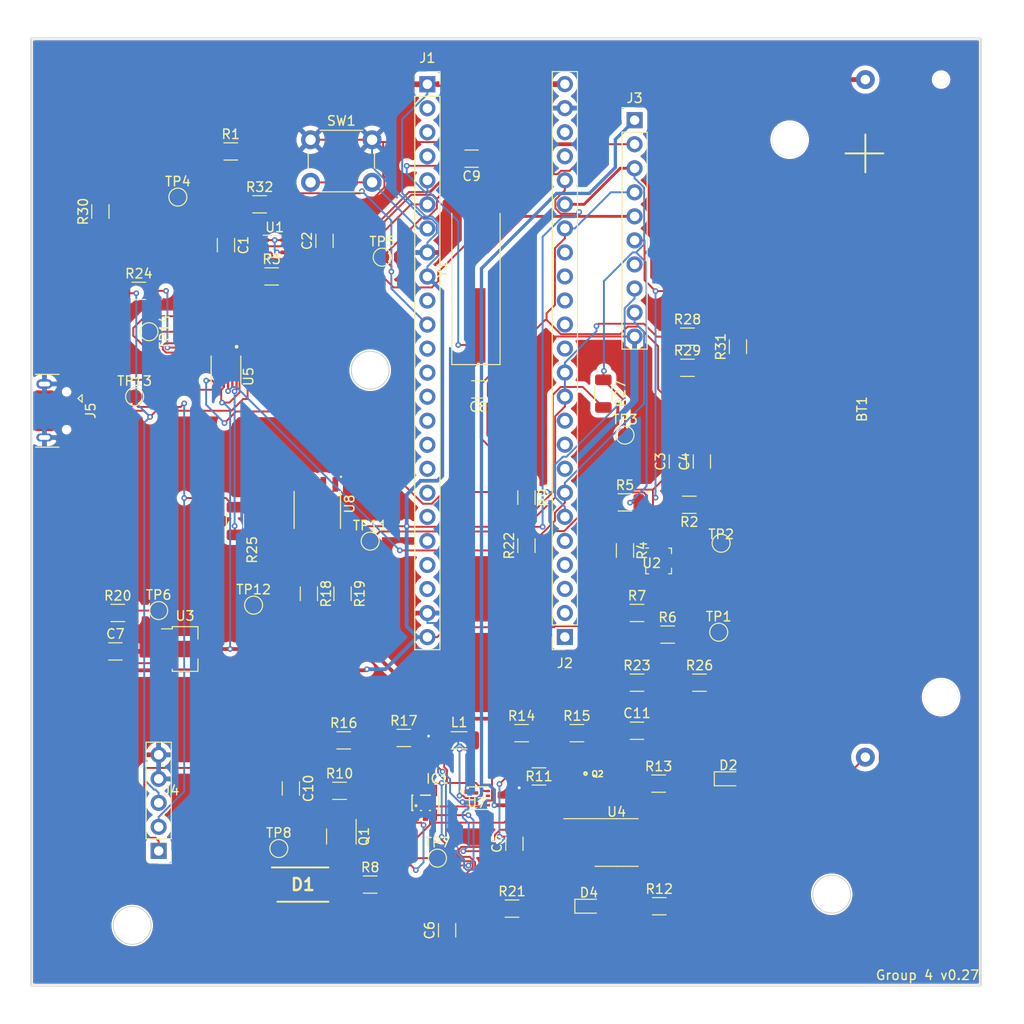
<source format=kicad_pcb>
(kicad_pcb (version 20221018) (generator pcbnew)
  (layers (0 "F.Cu" signal) (31 "B.Cu" signal) (34 "B.Paste" user) (35 "F.Paste" user) (36 "B.SilkS" user "B.Silkscreen") (37 "F.SilkS" user "F.Silkscreen") (38 "B.Mask" user) (39 "F.Mask" user) (44 "Edge.Cuts" user))
  (net 0 "")
  (net 1 "/V battery-")
  (net 2 "Plug_Detect")
  (net 3 "GND")
  (net 4 "Net-(U1-OUT)")
  (net 5 "+5V")
  (net 6 "Net-(U3-VO)")
  (net 7 "Net-(D1-A)")
  (net 8 "Net-(D2-K)")
  (net 9 "Net-(D4-K)")
  (net 10 "/V battery+")
  (net 11 "!CS")
  (net 12 "SCK")
  (net 13 "TXD")
  (net 14 "RXD")
  (net 15 "I2C_SCL")
  (net 16 "I2C_SDA")
  (net 17 "Analog_Data_Read")
  (net 19 "Net-(IC1-OD)")
  (net 20 "Net-(U2-INT_DRDY)")
  (net 21 "Net-(U2-SCL)")
  (net 22 "Net-(U2-SDA)")
  (net 23 "Net-(U2-~{CS})")
  (net 24 "Net-(IC1-CS)")
  (net 25 "Net-(U4-PROG)")
  (net 26 "Net-(U4-~{STDBY})")
  (net 27 "Net-(U4-~{CHRG})")
  (net 28 "Net-(U5-USBDM)")
  (net 29 "Net-(U5-USBDP)")
  (net 36 "/Interface IC Module/OSC_IN")
  (net 40 "D+")
  (net 41 "/Interface IC Module/NRST")
  (net 42 "Net-(J2-Pin_20)")
  (net 43 "D-")
  (net 70 "Net-(U4-BAT)")
  (net 71 "Net-(IC1-OC)")
  (net 73 "/Interface IC Module/I2C3_SCL")
  (net 74 "Net-(U7-SW)")
  (net 75 "Net-(Q2-Pad3)")
  (net 76 "Net-(U7-EN)")
  (net 77 "Net-(U7-FB)")
  (net 79 "Net-(#FLG02-pwr)")
  (net 80 "Net-(R1-Pad2)")
  (net 81 "Net-(R31-Pad1)")
  (net 82 "Net-(U8-SDA)")
  (net 83 "Net-(U8-SCL)")
  (net 84 "Net-(U8-A0)")
  (net 85 "Net-(C11-Pad1)")
  (net 86 "+3.3V")
  (footprint "Resistor_SMD:R_1206_3216Metric" (layer "F.Cu") (at 159.258 80.53)
    (fp_text reference "R28")
    (fp_text value "10k")
  )
  (footprint "footprints:SON45P300X300X80-13N" (layer "F.Cu") (at 110.49 84.074 -90)
    (fp_text reference "U5")
    (fp_text value "FT234XD-R")
  )
  (footprint "Resistor_SMD:R_1206_3216Metric" (layer "F.Cu") (at 142.24 102.616 90)
    (fp_text reference "R22")
    (fp_text value "10k")
  )
  (footprint "Package_TO_SOT_SMD:SOT-353_SC-70-5" (layer "F.Cu") (at 115.636 70.978)
    (fp_text reference "U1")
    (fp_text value "LMT87DCK")
  )
  (footprint "Resistor_SMD:R_1206_3216Metric" (layer "F.Cu") (at 110.998 60.96)
    (fp_text reference "R1")
    (fp_text value "300")
  )
  (footprint "Connector_PinSocket_2.54mm:PinSocket_1x24_P2.54mm_Vertical" (layer "F.Cu") (at 131.773 53.858)
    (fp_text reference "J1")
    (fp_text value "Conn_01x24_Socket")
  )
  (footprint "Resistor_SMD:R_1206_3216Metric" (layer "F.Cu") (at 153.924 109.728)
    (fp_text reference "R7")
    (fp_text value "300")
  )
  (footprint "Capacitor_SMD:C_1206_3216Metric" (layer "F.Cu") (at 98.806 113.792)
    (fp_text reference "C7")
    (fp_text value "4.7u")
  )
  (footprint "TestPoint:TestPoint_Pad_D1.5mm" (layer "F.Cu") (at 102.362 80.01 -90)
    (fp_text reference "TP14")
    (fp_text value "TestPoint")
  )
  (footprint "TestPoint:TestPoint_Pad_D1.5mm" (layer "F.Cu") (at 152.654 90.932)
    (fp_text reference "TP3")
    (fp_text value "TestPoint")
  )
  (footprint "Resistor_SMD:R_1206_3216Metric" (layer "F.Cu") (at 119.253 107.6975 -90)
    (fp_text reference "R18")
    (fp_text value "10")
  )
  (footprint "Resistor_SMD:R_1206_3216Metric" (layer "F.Cu") (at 101.2845 75.692)
    (fp_text reference "R24")
    (fp_text value "10")
  )
  (footprint "TestPoint:TestPoint_Pad_D1.5mm" (layer "F.Cu") (at 125.73 102.1405)
    (fp_text reference "TP11")
    (fp_text value "TestPoint")
  )
  (footprint "LED_SMD:LED_0603_1608Metric" (layer "F.Cu") (at 163.576 127.254)
    (fp_text reference "D2")
    (fp_text value "LED")
  )
  (footprint "Resistor_SMD:R_1206_3216Metric" (layer "F.Cu") (at 129.286 122.936)
    (fp_text reference "R17")
    (fp_text value "100")
  )
  (footprint "footprints:SOT23-6" (layer "F.Cu") (at 131.572 129.794)
    (fp_text reference "IC1")
    (fp_text value "DW01A")
  )
  (footprint "Crystal:Crystal_SMD_HC49-SD_HandSoldering" (layer "F.Cu") (at 136.906 73.406 90)
    (fp_text reference "Y1")
    (fp_text value "8Mhz")
  )
  (footprint "Resistor_SMD:R_1206_3216Metric" (layer "F.Cu") (at 114.046 66.548)
    (fp_text reference "R32")
    (fp_text value "0")
  )
  (footprint "Resistor_SMD:R_1206_3216Metric" (layer "F.Cu") (at 147.574 122.428)
    (fp_text reference "R15")
    (fp_text value "300")
  )
  (footprint "Capacitor_SMD:C_1206_3216Metric" (layer "F.Cu") (at 153.924 122.174)
    (fp_text reference "C11")
    (fp_text value "1n")
  )
  (footprint "Connector_PinHeader_2.54mm:PinHeader_1x05_P2.54mm_Vertical" (layer "F.Cu") (at 103.378 134.874 180)
    (fp_text reference "J4")
    (fp_text value "Conn_01x05_Pin")
  )
  (footprint "Resistor_SMD:R_1206_3216Metric" (layer "F.Cu") (at 159.4505 98.298 180)
    (fp_text reference "R2")
    (fp_text value "4.7k")
  )
  (footprint "Inductor_SMD:L_1206_3216Metric" (layer "F.Cu") (at 135.128 123.19)
    (fp_text reference "L1")
    (fp_text value "10uH")
  )
  (footprint "Package_TO_SOT_SMD:SOT-23-6" (layer "F.Cu") (at 122.682 133.35 -90)
    (fp_text reference "Q1")
    (fp_text value "FS8205A")
  )
  (footprint "Package_SO:SOP-8-1EP_4.57x4.57mm_P1.27mm_EP4.57x4.45mm" (layer "F.Cu") (at 151.768 133.985)
    (fp_text reference "U4")
    (fp_text value "TP4056")
  )
  (footprint "Resistor_SMD:R_1206_3216Metric" (layer "F.Cu") (at 97.2205 67.31 90)
    (fp_text reference "R30")
    (fp_text value "10k")
  )
  (footprint "Resistor_SMD:R_1206_3216Metric" (layer "F.Cu") (at 143.5715 127)
    (fp_text reference "R11")
    (fp_text value "1k")
  )
  (footprint "Capacitor_SMD:C_1206_3216Metric" (layer "F.Cu") (at 158.242 93.726 90)
    (fp_text reference "C3")
    (fp_text value "100nF")
  )
  (footprint "Capacitor_SMD:C_1206_3216Metric" (layer "F.Cu") (at 140.97 134.112 90)
    (fp_text reference "C5")
    (fp_text value "0.1u")
  )
  (footprint "Resistor_SMD:R_1206_3216Metric" (layer "F.Cu") (at 153.924 117.094)
    (fp_text reference "R23")
    (fp_text value "180")
  )
  (footprint "Capacitor_SMD:C_1206_3216Metric" (layer "F.Cu") (at 110.49 70.866 -90)
    (fp_text reference "C1")
    (fp_text value "0.1 µF")
  )
  (footprint "Connector_PinHeader_2.54mm:PinHeader_1x10_P2.54mm_Vertical" (layer "F.Cu") (at 153.67 57.658)
    (fp_text reference "J3")
    (fp_text value "Conn_01x10_Pin")
  )
  (footprint "Resistor_SMD:R_1206_3216Metric" (layer "F.Cu") (at 152.654 98.044)
    (fp_text reference "R5")
    (fp_text value "0")
  )
  (footprint "TestPoint:TestPoint_Pad_D1.5mm" (layer "F.Cu") (at 105.41 65.786)
    (fp_text reference "TP4")
    (fp_text value "TestPoint")
  )
  (footprint "TestPoint:TestPoint_Pad_D1.5mm" (layer "F.Cu") (at 103.378 109.474)
    (fp_text reference "TP6")
    (fp_text value "TestPoint")
  )
  (footprint "Resistor_SMD:R_1206_3216Metric" (layer "F.Cu") (at 152.654 103.124 -90)
    (fp_text reference "R4")
    (fp_text value "0")
  )
  (footprint "Resistor_SMD:R_1206_3216Metric" (layer "F.Cu") (at 141.732 122.428)
    (fp_text reference "R14")
    (fp_text value "100k")
  )
  (footprint "Package_TO_SOT_SMD:SOT-89-3" (layer "F.Cu") (at 106.172 113.538)
    (fp_text reference "U3")
    (fp_text value "HT7533-1")
  )
  (footprint "Capacitor_SMD:C_1206_3216Metric" (layer "F.Cu") (at 136.447 61.722 180)
    (fp_text reference "C9")
    (fp_text value "10pF")
  )
  (footprint "newLibrary:SOIC127P600X175-8N" (layer "F.Cu") (at 120.142 98.8385 -90)
    (fp_text reference "U8")
    (fp_text value "AT24C256C-SSHL-T")
  )
  (footprint "newLibrary:Schottky Diode" (layer "F.Cu") (at 118.618 138.43)
    (fp_text reference "D1")
    (fp_text value "MBR340" hide)
  )
  (footprint "Resistor_SMD:R_1206_3216Metric" (layer "F.Cu") (at 115.316 74.168)
    (fp_text reference "R3")
    (fp_text value "0")
  )
  (footprint "Resistor_SMD:R_1206_3216Metric" (layer "F.Cu") (at 160.528 117.094)
    (fp_text reference "R26")
    (fp_text value "100k")
  )
  (footprint "Resistor_SMD:R_1206_3216Metric" (layer "F.Cu") (at 122.4895 128.524)
    (fp_text reference "R10")
    (fp_text value "1K")
  )
  (footprint "TestPoint:TestPoint_Pad_D1.5mm" (layer "F.Cu") (at 100.838 86.868)
    (fp_text reference "TP13")
    (fp_text value "TestPoint")
  )
  (footprint "Connector_PinSocket_2.54mm:PinSocket_1x24_P2.54mm_Vertical" (layer "F.Cu") (at 146.304 112.268 180)
    (fp_text reference "J2")
    (fp_text value "Conn_01x24_Socket")
  )
  (footprint "Resistor_SMD:R_1206_3216Metric" (layer "F.Cu") (at 122.936 123.19)
    (fp_text reference "R16")
    (fp_text value "750")
  )
  (footprint "Resistor_SMD:R_1206_3216Metric" (layer "F.Cu") (at 156.21 127.762)
    (fp_text reference "R13")
    (fp_text value "1K")
  )
  (footprint "Capacitor_SMD:C_1206_3216Metric" (layer "F.Cu") (at 137.16 86.106 180)
    (fp_text reference "C8")
    (fp_text value "10pF")
  )
  (footprint "Button_Switch_THT:SW_PUSH_6mm" (layer "F.Cu") (at 119.432 59.726)
    (fp_text reference "SW1")
    (fp_text value "SW_Push")
  )
  (footprint "TestPoint:TestPoint_Pad_D1.5mm" (layer "F.Cu") (at 116.078 134.62)
    (fp_text reference "TP8")
    (fp_text value "TestPoint")
  )
  (footprint "Resistor_SMD:R_1206_3216Metric" (layer "F.Cu") (at 140.716 140.97)
    (fp_text reference "R21")
    (fp_text value "0")
  )
  (footprint "Resistor_SMD:R_1206_3216Metric" (layer "F.Cu") (at 111.4405 100.0145 -90)
    (fp_text reference "R25")
    (fp_text value "10")
  )
  (footprint "Resistor_SMD:R_1206_3216Metric" (layer "F.Cu") (at 157.163 112.014)
    (fp_text reference "R6")
    (fp_text value "300")
  )
  (footprint "Capacitor_SMD:C_1206_3216Metric" (layer "F.Cu") (at 160.782 93.726 90)
    (fp_text reference "C4")
    (fp_text value "4.7uF")
  )
  (footprint "Resistor_SMD:R_1206_3216Metric" (layer "F.Cu") (at 142.24 97.536 -90)
    (fp_text reference "R9")
    (fp_text value "10k")
  )
  (footprint "Capacitor_SMD:C_1206_3216Metric" (layer "F.Cu") (at 117.348 128.27 -90)
    (fp_text reference "C10")
    (fp_text value "47uF")
  )
  (footprint "Resistor_SMD:R_1206_3216Metric" (layer "F.Cu") (at 125.73 138.43)
    (fp_text reference "R8")
    (fp_text value "1K")
  )
  (footprint "Resistor_SMD:R_1206_3216Metric" (layer "F.Cu") (at 122.809 107.696 -90)
    (fp_text reference "R19")
    (fp_text value "10")
  )
  (footprint "Resistor_SMD:R_1206_3216Metric" (layer "F.Cu") (at 164.592 81.5955 90)
    (fp_text reference "R31")
    (fp_text value "0")
  )
  (footprint "Package_LGA:ST_HLGA-10_2.5x2.5mm_P0.6mm_LayoutBorder3x2y" (layer "F.Cu") (at 156.21 104.231)
    (fp_text reference "U2")
    (fp_text value "LPS22HB")
  )
  (footprint "TestPoint:TestPoint_Pad_D1.5mm" (layer "F.Cu") (at 132.842 135.636)
    (fp_text reference "TP7")
    (fp_text value "TestPoint")
  )
  (footprint "LED_SMD:LED_0603_1608Metric" (layer "F.Cu") (at 148.844 140.716)
    (fp_text reference "D4")
    (fp_text value "LED")
  )
  (footprint "Resistor_SMD:R_1206_3216Metric" (layer "F.Cu") (at 99.06 109.728)
    (fp_text reference "R20")
    (fp_text value "0")
  )
  (footprint "TestPoint:TestPoint_Pad_D1.5mm" (layer "F.Cu") (at 127 72.136)
    (fp_text reference "TP5")
    (fp_text value "TestPoint")
  )
  (footprint "TestPoint:TestPoint_Pad_D1.5mm" (layer "F.Cu") (at 162.56 111.76)
    (fp_text reference "TP1")
    (fp_text value "TestPoint")
  )
  (footprint "newLibrary:DFN100X60X35-3N" (layer "F.Cu") (at 149.682 127)
    (fp_text reference "Q2")
    (fp_text value "CSD13381F4")
  )
  (footprint "newLibrary:18650_HOLDER_TH" (layer "F.Cu") (at 178.054 89.168 90)
    (fp_text reference "BT1")
    (fp_text value "Battery_Cell")
    (fp_circle (center -29.45 8) (end -27.6 8) (stroke (width 0.02)) (fill none) (layer "Edge.Cuts"))
    (fp_circle (center 29.45 -8) (end 31.3 -8) (stroke (width 0.02)) (fill none) (layer "Edge.Cuts"))
    (fp_circle (center 35.8 8) (end 36.585 8) (stroke (width 0.02)) (fill none) (layer "Edge.Cuts"))
  )
  (footprint "Capacitor_SMD:C_1206_3216Metric" (layer "F.Cu") (at 133.858 143.256 90)
    (fp_text reference "C6")
    (fp_text value "10u")
  )
  (footprint "TestPoint:TestPoint_Pad_D1.5mm" (layer "F.Cu") (at 162.814 102.362)
    (fp_text reference "TP2")
    (fp_text value "TestPoint")
  )
  (footprint "TestPoint:TestPoint_Pad_D1.5mm" (layer "F.Cu") (at 113.411 108.9045)
    (fp_text reference "TP12")
    (fp_text value "TestPoint")
  )
  (footprint "Resistor_SMD:R_1206_3216Metric" (layer "F.Cu") (at 150.368 86.5525 -90)
    (fp_text reference "R27")
    (fp_text value "10k")
  )
  (footprint "Resistor_SMD:R_1206_3216Metric" (layer "F.Cu") (at 159.258 83.82)
    (fp_text reference "R29")
    (fp_text value "10k")
  )
  (footprint "newLibrary:CONV_TPS61022RWUR" (layer "F.Cu") (at 137.201 129.298)
    (fp_text reference "U7")
    (fp_text value "TPS61022RWUR")
  )
  (footprint "Resistor_SMD:R_1206_3216Metric" (layer "F.Cu") (at 156.2715 140.716)
    (fp_text reference "R12")
    (fp_text value "1K")
  )
  (footprint "Connector_USB:USB_Micro-B_XKB_U254-051T-4BH83-F1S" (layer "F.Cu") (at 91.694 88.361 -90)
    (fp_text reference "J5")
    (fp_text value "USB_B_Micro")
  )
  (footprint "Capacitor_SMD:C_1206_3216Metric" (layer "F.Cu") (at 120.904 70.407 90)
    (fp_text reference "C2")
    (fp_text value "10000pF")
  )
  (gr_circle (center 100.584 142.748) (end 102.584 142.748) (stroke (width 0.1)) (fill none) (layer "Edge.Cuts"))
  (gr_circle (center 125.73 84.074) (end 127.73 84.074) (stroke (width 0.1)) (fill none) (layer "Edge.Cuts"))
  (gr_circle (center 174.498 139.446) (end 176.498 139.446) (stroke (width 0.1)) (fill none) (layer "Edge.Cuts"))
  (gr_rect (start 89.916 49.022) (end 190.246 149.098) (stroke (width 0.2)) (fill none) (layer "Edge.Cuts"))
  (gr_text "Group 4 v0.27\n" (at 179.07 148.59) (layer "F.SilkS") (effects (font (size 1 1)) (justify left bottom)))
  (segment (start 140.9466 130.8164) (end 172.2056 130.8164) (width 0.2) (layer "F.Cu") (net 1))
  (segment (start 121.732 130.744) (end 123.952 128.524) (width 0.2) (layer "F.Cu") (net 1))
  (segment (start 130.622 128.494) (end 130.622 128.894) (width 0.2) (layer "F.Cu") (net 1))
  (segment (start 130.894 129.294) (end 130.622 129.294) (width 0.2) (layer "F.Cu") (net 1))
  (segment (start 130.622 128.894) (end 124.322 128.894) (width 0.2) (layer "F.Cu") (net 1))
  (segment (start 121.732 132.2125) (end 121.732 130.744) (width 0.2) (layer "F.Cu") (net 1))
  (segment (start 132.047 131.8901) (end 139.8729 131.8901) (width 0.2) (layer "F.Cu") (net 1))
  (segment (start 123.632 134.125) (end 122.682 133.175) (width 0.2) (layer "F.Cu") (net 1))
  (segment (start 139.8729 131.8901) (end 140.9466 130.8164) (width 0.2) (layer "F.Cu") (net 1))
  (segment (start 123.632 134.125) (end 130.0213 134.125) (width 0.2) (layer "F.Cu") (net 1))
  (segment (start 122.682 133.175) (end 122.682 132.2125) (width 0.2) (layer "F.Cu") (net 1))
  (segment (start 130.622 128.894) (end 130.622 129.294) (width 0.2) (layer "F.Cu") (net 1))
  (segment (start 132.047 131.8901) (end 132.047 130.447) (width 0.2) (layer "F.Cu") (net 1))
  (segment (start 132.047 132.0993) (end 132.047 131.8901) (width 0.2) (layer "F.Cu") (net 1))
  (segment (start 130.0213 134.125) (end 132.047 132.0993) (width 0.2) (layer "F.Cu") (net 1))
  (segment (start 123.632 134.4875) (end 123.632 134.125) (width 0.2) (layer "F.Cu") (net 1))
  (segment (start 172.2056 130.8164) (end 178.054 124.968) (width 0.2) (layer "F.Cu") (net 1))
  (segment (start 132.047 130.447) (end 130.894 129.294) (width 0.2) (layer "F.Cu") (net 1))
  (segment (start 124.322 128.894) (end 123.952 128.524) (width 0.2) (layer "F.Cu") (net 1))
  (segment (start 156.81 99.476) (end 157.988 98.298) (width 0.2) (layer "F.Cu") (net 3))
  (segment (start 93.854 91.461) (end 92.629 91.461) (width 0.2) (layer "F.Cu") (net 3))
  (segment (start 109.815 84.074) (end 109.815 82.639) (width 0.2) (layer "F.Cu") (net 3))
  (segment (start 136.408 59.967) (end 139.987 56.388) (width 0.2) (layer "F.Cu") (net 3))
  (segment (start 116.418 138.43) (end 116.418 137.155) (width 0.2) (layer "F.Cu") (net 3))
  (segment (start 153.67 87.679) (end 158.242 92.251) (width 0.2) (layer "F.Cu") (net 3))
  (segment (start 138.9125 134.4525) (end 139.08 134.62) (width 0.2) (layer "F.Cu") (net 3))
  (segment (start 93.5415 89.661) (end 93.104 89.2235) (width 0.2) (layer "F.Cu") (net 3))
  (segment (start 139.987 56.388) (end 146.304 56.388) (width 0.2) (layer "F.Cu") (net 3))
  (segment (start 156.21 103.306) (end 156.66 103.306) (width 0.2) (layer "F.Cu") (net 3))
  (segment (start 145.2408 101.0777) (end 142.24 104.0785) (width 0.2) (layer "F.Cu") (net 3))
  (segment (start 118.237 95.1635) (end 97.5565 95.1635) (width 0.2) (layer "F.Cu") (net 3))
  (segment (start 147.061 132.637) (end 140.97 132.637) (width 0.2) (layer "F.Cu") (net 3))
  (segment (start 161.8335 93.3025) (end 161.8335 95.6972) (width 0.2) (layer "F.Cu") (net 3))
  (segment (start 116.418 137.155) (end 117.348 136.225) (width 0.2) (layer "F.Cu") (net 3))
  (segment (start 141.4718 128.2011) (end 143.8329 128.2011) (width 0.2) (layer "F.Cu") (net 3))
  (segment (start 120.904 68.932) (end 118.858 70.978) (width 0.2) (layer "F.Cu") (net 3))
  (segment (start 102.035 112.038) (end 100.281 113.792) (width 0.2) (layer "F.Cu") (net 3))
  (segment (start 100.4471 84.074) (end 99.568 83.1949) (width 0.2) (layer "F.Cu") (net 3))
  (segment (start 156.66 104.7288) (end 155.9497 104.7288) (width 0.2) (layer "F.Cu") (net 3))
  (segment (start 139.08 134.62) (end 147.618 134.62) (width 0.2) (layer "F.Cu") (net 3))
  (segment (start 93.5415 89.661) (end 93.104 89.661) (width 0.2) (layer "F.Cu") (net 3))
  (segment (start 91.304 89.561) (end 91.304 89.7984) (width 0.2) (layer "F.Cu") (net 3))
  (segment (start 103.378 127.254) (end 104.428 127.254) (width 0.2) (layer "F.Cu") (net 3))
  (segment (start 101.8845 77.1855) (end 105.6455 77.1855) (width 0.2) (layer "F.Cu") (net 3))
  (segment (start 149.352 127.45) (end 149.3674 127.4654) (width 0.2) (layer "F.Cu") (net 3))
  (segment (start 118.237 100.1895) (end 112.464 105.9625) (width 0.2) (layer "F.Cu") (net 3))
  (segment (start 155.399 122.174) (end 155.3865 122.1615) (width 0.2) (layer "F.Cu") (net 3))
  (segment (start 131.8957 122.7408) (end 130.9437 122.7408) (width 0.2) (layer "F.Cu") (net 3))
  (segment (start 117.348 129.3488) (end 117.348 129.745) (width 0.2) (layer "F.Cu") (net 3))
  (segment (start 93.579 85.536) (end 93.854 85.261) (width 0.2) (layer "F.Cu") (net 3))
  (segment (start 92.629 91.461) (end 92.354 91.186) (width 0.2) (layer "F.Cu") (net 3))
  (segment (start 127.1005 59.967) (end 127.1005 63.556022) (width 0.2) (layer "F.Cu") (net 3))
  (segment (start 153.67 80.518) (end 153.67 87.679) (width 0.2) (layer "F.Cu") (net 3))
  (segment (start 135.1029 134.723) (end 135.3734 134.4525) (width 0.2) (layer "F.Cu") (net 3))
  (segment (start 95.041 84.074) (end 100.4471 84.074) (width 0.2) (layer "F.Cu") (net 3))
  (segment (start 156.66 103.306) (end 156.81 103.306) (width 0.2) (layer "F.Cu") (net 3))
  (segment (start 155.61 105.0685) (end 155.61 105.156) (width 0.2) (layer "F.Cu") (net 3))
  (segment (start 145.034 127) (end 145.209 127.175) (width 0.2) (layer "F.Cu") (net 3))
  (segment (start 91.304 89.561) (end 91.304 87.161) (width 0.2) (layer "F.Cu") (net 3))
  (segment (start 155.3865 122.1615) (end 155.3865 117.094) (width 0.2) (layer "F.Cu") (net 3))
  (segment (start 111.853 70.978) (end 114.686 70.978) (width 0.2) (layer "F.Cu") (net 3))
  (segment (start 91.304 89.7984) (end 92.9666 89.7984) (width 0.2) (layer "F.Cu") (net 3))
  (segment (start 131.248 109.738) (end 130.723 109.738) (width 0.2) (layer "F.Cu") (net 3))
  (segment (start 118.237 95.651) (end 118.237 95.1635) (width 0.2) (layer "F.Cu") (net 3))
  (segment (start 158.242 92.251) (end 154.6454 92.251) (width 0.2) (layer "F.Cu") (net 3))
  (segment (start 136.576 128.748) (end 135.801 128.748) (width 0.2) (layer "F.Cu") (net 3))
  (segment (start 97.5565 95.1635) (end 93.854 91.461) (width 0.2) (layer "F.Cu") (net 3))
  (segment (start 140.97 132.637) (end 139.4581 132.637) (width 0.2) (layer "F.Cu") (net 3))
  (segment (start 149.352 127.175) (end 149.352 127.45) (width 0.2) (layer "F.Cu") (net 3))
  (segment (start 127.1005 59.967) (end 136.408 59.967) (width 0.2) (layer "F.Cu") (net 3))
  (segment (start 136.5805 109.738) (end 142.24 104.0785) (width 0.2) (layer "F.Cu") (net 3))
  (segment (start 126.173 59.967) (end 127.1005 59.967) (width 0.2) (layer "F.Cu") (net 3))
  (segment (start 125.932 59.726) (end 126.173 59.967) (width 0.2) (layer "F.Cu") (net 3))
  (segment (start 122.936 123.7608) (end 117.348 129.3488) (width 0.2) (layer "F.Cu") (net 3))
  (segment (start 139.4581 132.637) (end 138.9125 133.1826) (width 0.2) (layer "F.Cu") (net 3))
  (segment (start 137.922 61.722) (end 136.408 60.208) (width 0.2) (layer "F.Cu") (net 3))
  (segment (start 156.66 105.006) (end 156.81 105.156) (width 0.2) (layer "F.Cu") (net 3))
  (segment (start 149.9552 97.3545) (end 146.232 101.0777) (width 0.2) (layer "F.Cu") (net 3))
  (segment (start 156.66 104.7288) (end 156.66 105.006) (width 0.2) (layer "F.Cu") (net 3))
  (segment (start 99.568 83.1949) (end 99.568 79.502) (width 0.2) (layer "F.Cu") (net 3))
  (segment (start 155.399 122.3905) (end 155.399 122.174) (width 0.2) (layer "F.Cu") (net 3))
  (segment (start 130.9437 122.7408) (end 130.7485 122.936) (width 0.2) (layer "F.Cu") (net 3))
  (segment (start 127.232 63.687522) (end 127.232 64.764478) (width 0.2) (layer "F.Cu") (net 3))
  (segment (start 138.9125 133.1826) (end 138.9125 134.4525) (width 0.2) (layer "F.Cu") (net 3))
  (segment (start 135.4644 135.5) (end 135.1029 135.1385) (width 0.2) (layer "F.Cu") (net 3))
  (segment (start 92.9666 89.7984) (end 93.104 89.661) (width 0.2) (layer "F.Cu") (net 3))
  (segment (start 118.858 70.978) (end 114.686 70.978) (width 0.2) (layer "F.Cu") (net 3))
  (segment (start 161.8335 95.6972) (end 159.2327 98.298) (width 0.2) (layer "F.Cu") (net 3))
  (segment (start 136.408 60.208) (end 136.408 59.967) (width 0.2) (layer "F.Cu") (net 3))
  (segment (start 118.237 95.651) (end 118.237 96.1385) (width 0.2) (layer "F.Cu") (net 3))
  (segment (start 91.829 91.186) (end 91.354 90.711) (width 0.2) (layer "F.Cu") (net 3))
  (segment (start 91.829 85.536) (end 93.579 85.536) (width 0.2) (layer "F.Cu") (net 3))
  (segment (start 110.5952 112.038) (end 104.222 112.038) (width 0.2) (layer "F.Cu") (net 3))
  (segment (start 99.568 79.502) (end 101.8845 77.1855) (width 0.2) (layer "F.Cu") (net 3))
  (segment (start 104.222 112.038) (end 102.035 112.038) (width 0.2) (layer "F.Cu") (net 3))
  (segment (start 154.6454 92.251) (end 149.9552 96.9412) (width 0.2) (layer "F.Cu") (net 3))
  (segment (start 112.464 110.1692) (end 110.5952 112.038) (width 0.2) (layer "F.Cu") (net 3))
  (segment (start 131.773 109.738) (end 136.5805 109.738) (width 0.2) (layer "F.Cu") (net 3))
  (segment (start 91.354 90.711) (end 91.304 90.711) (width 0.2) (layer "F.Cu") (net 3))
  (segment (start 143.8329 128.2011) (end 145.034 127) (width 0.2) (layer "F.Cu") (net 3))
  (segment (start 109.815 84.074) (end 110.49 84.074) (width 0.2) (layer "F.Cu") (net 3))
  (segment (start 112.464 110.1692) (end 130.2918 110.1692) (width 0.2) (layer "F.Cu") (net 3))
  (segment (start 160.782 92.251) (end 161.8335 93.3025) (width 0.2) (layer "F.Cu") (net 3))
  (segment (start 124.1633 121.8658) (end 122.936 123.0931) (width 0.2) (layer "F.Cu") (net 3))
  (segment (start 133.858 141.781) (end 136.8147 138.8243) (width 0.2) (layer "F.Cu") (net 3))
  (segment (start 93.854 85.261) (end 95.041 84.074) (width 0.2) (layer "F.Cu") (net 3))
  (segment (start 91.829 91.186) (end 92.354 91.186) (width 0.2) (layer "F.Cu") (net 3))
  (segment (start 135.3734 134.4525) (end 138.9125 134.4525) (width 0.2) (layer "F.Cu") (net 3))
  (segment (start 153.67 80.518) (end 144.223 80.518) (width 0.2) (layer "F.Cu") (net 3))
  (segment (start 131.248 109.738) (end 131.773 109.738) (width 0.2) (layer "F.Cu") (net 3))
  (segment (start 110.49 72.341) (end 111.853 70.978) (width 0.2) (layer "F.Cu") (net 3))
  (segment (start 135.1029 135.1385) (end 135.1029 134.723) (width 0.2) (layer "F.Cu") (net 3))
  (segment (start 135.801 128.4406) (end 136.0348 128.2068) (width 0.2) (layer "F.Cu") (net 3))
  (segment (start 149.9552 96.9412) (end 149.9552 97.3545) (width 0.2) (layer "F.Cu") (net 3))
  (segment (start 93.979 89.011) (end 93.104 89.011) (width 0.2) (layer "F.Cu") (net 3))
  (segment (start 93.979 89.661) (end 93.5415 89.661) (width 0.2) (layer "F.Cu") (net 3))
  (segment (start 156.81 103.306) (end 156.81 99.476) (width 0.2) (layer "F.Cu") (net 3))
  (segment (start 91.304 89.7984) (end 91.304 90.711) (width 0.2) (layer "F.Cu") (net 3))
  (segment (start 135.801 128.748) (end 135.801 128.4406) (width 0.2) (layer "F.Cu") (net 3))
  (segment (start 112.464 105.9625) (end 112.464 110.1692) (width 0.2) (layer "F.Cu") (net 3))
  (segment (start 117.348 129.3488) (end 106.5228 129.3488) (width 0.2) (layer "F.Cu") (net 3))
  (segment (start 129.6783 121.8658) (end 124.1633 121.8658) (width 0.2) (layer "F.Cu") (net 3))
  (segment (start 122.936 123.0931) (end 122.936 123.7608) (width 0.2) (layer "F.Cu") (net 3))
  (segment (start 156.66 103.306) (end 156.66 104.7288) (width 0.2) (layer "F.Cu") (net 3))
  (segment (start 145.209 127.175) (end 149.352 127.175) (width 0.2) (layer "F.Cu") (net 3))
  (segment (start 91.354 86.011) (end 91.829 85.536) (width 0.2) (layer "F.Cu") (net 3))
  (segment (start 106.5228 129.3488) (end 104.428 127.254) (width 0.2) (layer "F.Cu") (net 3))
  (segment (start 100.4471 84.074) (end 109.815 84.074) (width 0.2) (layer "F.Cu") (net 3))
  (segment (start 146.232 101.0777) (end 145.2408 101.0777) (width 0.2) (layer "F.Cu") (net 3))
  (segment (start 125.932 59.726) (end 119.432 59.726) (width 0.2) (layer "F.Cu") (net 3))
  (segment (start 136.2476 135.5) (end 135.4644 135.5) (width 0.2) (layer "F.Cu") (net 3))
  (segment (start 118.237 96.1385) (end 118.237 100.1895) (width 0.2) (layer "F.Cu") (net 3))
  (segment (start 117.348 136.225) (end 117.348 129.745) (width 0.2) (layer "F.Cu") (net 3))
  (segment (start 149.3674 127.4654) (end 150.3241 127.4654) (width 0.2) (layer "F.Cu") (net 3))
  (segment (start 134.779 134.6363) (end 134.8657 134.723) (width 0.2) (layer "F.Cu") (net 3))
  (segment (start 91.304 91.186) (end 91.829 91.186) (width 0.2) (layer "F.Cu") (net 3))
  (segment (start 134.8657 134.723) (end 135.1029 134.723) (width 0.2) (layer "F.Cu") (net 3))
  (segment (start 155.9497 104.7288) (end 155.61 105.0685) (width 0.2) (layer "F.Cu") (net 3))
  (segment (start 127.232 64.764478) (end 123.064478 68.932) (width 0.2) (layer "F.Cu") (net 3))
  (segment (start 159.2327 98.298) (end 157.988 98.298) (width 0.2) (layer "F.Cu") (net 3))
  (segment (start 160.782 92.251) (end 158.242 92.251) (width 0.2) (layer "F.Cu") (net 3))
  (segment (start 91.304 86.011) (end 91.354 86.011) (width 0.2) (layer "F.Cu") (net 3))
  (segment (start 144.223 80.518) (end 138.635 86.106) (width 0.2) (layer "F.Cu") (net 3))
  (segment (start 136.8147 136.0671) (end 136.2476 135.5) (width 0.2) (layer "F.Cu") (net 3))
  (segment (start 91.304 87.161) (end 91.304 86.011) (width 0.2) (layer "F.Cu") (net 3))
  (segment (start 130.7485 122.936) (end 129.6783 121.8658) (width 0.2) (layer "F.Cu") (net 3))
  (segment (start 123.064478 68.932) (end 120.904 68.932) (width 0.2) (layer "F.Cu") (net 3))
  (segment (start 127.1005 63.556022) (end 127.232 63.687522) (width 0.2) (layer "F.Cu") (net 3))
  (segment (start 147.618 132.08) (end 147.061 132.637) (width 0.2) (layer "F.Cu") (net 3))
  (segment (start 130.2918 110.1692) (end 130.723 109.738) (width 0.2) (layer "F.Cu") (net 3))
  (segment (start 93.104 89.2235) (end 93.104 89.011) (width 0.2) (layer "F.Cu") (net 3))
  (segment (start 150.3241 127.4654) (end 155.399 122.3905) (width 0.2) (layer "F.Cu") (net 3))
  (segment (start 105.6455 77.1855) (end 110.49 72.341) (width 0.2) (layer "F.Cu") (net 3))
  (segment (start 136.8147 138.8243) (end 136.8147 136.0671) (width 0.2) (layer "F.Cu") (net 3))
  (segment (start 91.304 85.536) (end 91.829 85.536) (width 0.2) (layer "F.Cu") (net 3))
  (via (at 136.0348 128.2068) (size 0.6) (drill 0.3) (layers "F.Cu" "B.Cu") (net 3))
  (via (at 141.4718 128.2011) (size 0.6) (drill 0.3) (layers "F.Cu" "B.Cu") (net 3))
  (via (at 134.779 134.6363) (size 0.6) (drill 0.3) (layers "F.Cu" "B.Cu") (net 3))
  (via (at 131.8957 122.7408) (size 0.6) (drill 0.3) (layers "F.Cu" "B.Cu") (net 3))
  (segment (start 103.378 127.254) (end 103.378 124.714) (width 0.2) (layer "B.Cu") (net 3))
  (segment (start 135.3144 123.6232) (end 135.0324 123.6232) (width 0.2) (layer "B.Cu") (net 3))
  (segment (start 134.874 111.76) (end 134.874 113.889) (width 0.2) (layer "B.Cu") (net 3))
  (segment (start 135.0324 123.6232) (end 133.9053 124.7503) (width 0.2) (layer "B.Cu") (net 3))
  (segment (start 131.773 71.638) (end 131.773 70.588) (width 0.2) (layer "B.Cu") (net 3))
  (segment (start 135.6569 135.7705) (end 135.6569 136.625) (width 0.2) (layer "B.Cu") (net 3))
  (segment (start 133.7358 127.5073) (end 133.7358 133.5931) (width 0.2) (layer "B.Cu") (net 3))
  (segment (start 125.932 62.599) (end 125.932 59.726) (width 0.2) (layer "B.Cu") (net 3))
  (segment (start 131.421 68.088) (end 125.932 62.599) (width 0.2) (layer "B.Cu") (net 3))
  (segment (start 131.773 70.588) (end 132.7734 69.5876) (width 0.2) (layer "B.Cu") (net 3))
  (segment (start 131.773 109.738) (end 131.773 110.788) (width 0.2) (layer "B.Cu") (net 3))
  (segment (start 133.902 110.788) (end 134.874 111.76) (width 0.2) (layer "B.Cu") (net 3))
  (segment (start 135.6569 136.625) (end 135.9051 136.8732) (width 0.2) (layer "B.Cu") (net 3))
  (segment (start 133.7358 133.5931) (end 134.779 134.6363) (width 0.2) (layer "B.Cu") (net 3))
  (segment (start 135.9051 136.8732) (end 136.6044 136.8732) (width 0.2) (layer "B.Cu") (net 3))
  (segment (start 134.779 134.8926) (end 135.6569 135.7705) (width 0.2) (layer "B.Cu") (net 3))
  (segment (start 132.9034 125.7522) (end 132.9034 126.6749) (width 0.2) (layer "B.Cu") (net 3))
  (segment (start 132.7734 68.6607) (end 132.2007 68.088) (width 0.2) (layer "B.Cu") (net 3))
  (segment (start 133.9053 124.7503) (end 131.8957 122.7408) (width 0.2) (layer "B.Cu") (net 3))
  (segment (start 136.0348 128.2068) (end 136.0348 124.3436) (width 0.2) (layer "B.Cu") (net 3))
  (segment (start 136.6044 136.8732) (end 141.4718 132.0058) (width 0.2) (layer "B.Cu") (net 3))
  (segment (start 131.773 110.788) (end 133.902 110.788) (width 0.2) (layer "B.Cu") (net 3))
  (segment (start 134.874 113.889) (end 135.0324 114.0474) (width 0.2) (layer "B.Cu") (net 3))
  (segment (start 135.0324 114.0474) (end 135.0324 123.6232) (width 0.2) (layer "B.Cu") (net 3))
  (segment (start 132.9034 126.6749) (end 133.7358 127.5073) (width 0.2) (layer "B.Cu") (net 3))
  (segment (start 136.0348 124.3436) (end 135.3144 123.6232) (width 0.2) (layer "B.Cu") (net 3))
  (segment (start 134.779 134.6363) (end 134.779 134.8926) (width 0.2) (layer "B.Cu") (net 3))
  (segment (start 141.4718 132.0058) (end 141.4718 128.2011) (width 0.2) (layer "B.Cu") (net 3))
  (segment (start 132.7734 69.5876) (end 132.7734 68.6607) (width 0.2) (layer "B.Cu") (net 3))
  (segment (start 133.9053 124.7503) (end 132.9034 125.7522) (width 0.2) (layer "B.Cu") (net 3))
  (segment (start 132.2007 68.088) (end 131.421 68.088) (width 0.2) (layer "B.Cu") (net 3))
  (segment (start 115.211 71.628) (end 115.3824 71.7994) (width 0.2) (layer "F.Cu") (net 4))
  (segment (start 120.445 72.341) (end 115.3824 72.341) (width 0.2) (layer "F.Cu") (net 4))
  (segment (start 115.3824 71.7994) (end 115.3824 72.341) (width 0.2) (layer "F.Cu") (net 4))
  (segment (start 120.904 71.882) (end 120.445 72.341) (width 0.2) (layer "F.Cu") (net 4))
  (segment (start 115.3824 72.341) (end 115.3824 72.6391) (width 0.2) (layer "F.Cu") (net 4))
  (segment (start 114.686 71.628) (end 115.211 71.628) (width 0.2) (layer "F.Cu") (net 4))
  (segment (start 115.3824 72.6391) (end 113.8535 74.168) (width 0.2) (layer "F.Cu") (net 4))
  (segment (start 136.576 129.848) (end 135.6194 129.848) (width 0.2) (layer "F.Cu") (net 5))
  (segment (start 159.0655 121.1713) (end 159.0655 117.094) (width 0.4) (layer "F.Cu") (net 5))
  (segment (start 153.31405 129.18405) (end 153.67 129.54) (width 0.4) (layer "F.Cu") (net 5))
  (segment (start 148.2386 135.89) (end 147.618 135.89) (width 0.2) (layer "F.Cu") (net 5))
  (segment (start 149.6315 140.716) (end 148.3168 142.0307) (width 0.2) (layer "F.Cu") (net 5))
  (segment (start 141.7047 142.0307) (end 140.97 141.296) (width 0.2) (layer "F.Cu") (net 5))
  (segment (start 149.3326 134.796) (end 148.2386 135.89) (width 0.2) (layer "F.Cu") (net 5))
  (segment (start 121.4735 123.19) (end 120.953 123.19) (width 0.2) (layer "F.Cu") (net 5))
  (segment (start 135.6194 129.848) (end 135.4857 129.7143) (width 0.2) (layer "F.Cu") (net 5))
  (segment (start 153.416 129.0821) (end 153.416 126.8208) (width 0.4) (layer "F.Cu") (net 5))
  (segment (start 133.3899 126.4988) (end 132.346 125.4549) (width 0.2) (layer "F.Cu") (net 5))
  (segment (start 102.242 133.484) (end 101.854 133.096) (width 0.2) (layer "F.Cu") (net 5))
  (segment (start 140.2858 134.9028) (end 135.562 134.9028) (width 0.2) (layer "F.Cu") (net 5))
  (segment (start 149.3326 131.668) (end 149.3326 134.796) (width 0.2) (layer "F.Cu") (net 5))
  (segment (start 132.346 122.5543) (end 131.4071 121.6154) (width 0.2) (layer "F.Cu") (net 5))
  (segment (start 116.657 126.104) (end 117.348 126.795) (width 0.2) (layer "F.Cu") (net 5))
  (segment (start 140.97 141.296) (end 140.97 135.587) (width 0.2) (layer "F.Cu") (net 5))
  (segment (start 147.618 135.89) (end 147.315 135.587) (width 0.2) (layer "F.Cu") (net 5))
  (segment (start 101.854 133.096) (end 101.854 126.238) (width 0.2) (layer "F.Cu") (net 5))
  (segment (start 155.918 132.08) (end 155.4476 131.6096) (width 0.2) (layer "F.Cu") (net 5))
  (segment (start 152.4501 130.048) (end 153.31405 129.18405) (width 0.4) (layer "F.Cu") (net 5))
  (segment (start 103.378 133.824) (end 103.038 133.484) (width 0.2) (layer "F.Cu") (net 5))
  (segment (start 164.3635 127.254) (end 162.7843 128.8332) (width 0.4) (layer "F.Cu") (net 5))
  (segment (start 148.3168 142.0307) (end 141.7047 142.0307) (width 0.2) (layer "F.Cu") (net 5))
  (segment (start 162.306 129.54) (end 162.7843 129.0617) (width 0.4) (layer "F.Cu") (net 5))
  (segment (start 101.988 126.104) (end 116.657 126.104) (width 0.2) (layer "F.Cu") (net 5))
  (segment (start 153.416 126.8208) (end 159.0655 121.1713) (width 0.4) (layer "F.Cu") (net 5))
  (segment (start 147.315 135.587) (end 140.97 135.587) (width 0.2) (layer "F.Cu") (net 5))
  (segment (start 120.953 123.19) (end 117.348 126.795) (width 0.2) (layer "F.Cu") (net 5))
  (segment (start 153.67 129.54) (end 162.306 129.54) (width 0.4) (layer "F.Cu") (net 5))
  (segment (start 101.854 126.238) (end 101.988 126.104) (width 0.2) (layer "F.Cu") (net 5))
  (segment (start 140.97 135.587) (end 140.2858 134.9028) (width 0.2) (layer "F.Cu") (net 5))
  (segment (start 138.8462 130.048) (end 152.4501 130.048) (width 0.4) (layer "F.Cu") (net 5))
  (segment (start 155.4476 131.6096) (end 149.391 131.6096) (width 0.2) (layer "F.Cu") (net 5))
  (segment (start 132.346 125.4549) (end 132.346 122.5543) (width 0.2) (layer "F.Cu") (net 5))
  (segment (start 162.7843 129.0617) (end 162.7843 128.8332) (width 0.4) (layer "F.Cu") (net 5))
  (segment (start 153.31405 129.18405) (end 153.416 129.0821) (width 0.4) (layer "F.Cu") (net 5))
  (segment (start 103.378 134.874) (end 103.378 133.824) (width 0.2) (layer "F.Cu") (net 5))
  (segment (start 103.038 133.484) (end 102.242 133.484) (width 0.2) (layer "F.Cu") (net 5))
  (segment (start 123.0481 121.6154) (end 121.4735 123.19) (width 0.2) (layer "F.Cu") (net 5))
  (segment (start 149.391 131.6096) (end 149.3326 131.668) (width 0.2) (layer "F.Cu") (net 5))
  (segment (start 131.4071 121.6154) (end 123.0481 121.6154) (width 0.2) (layer "F.Cu") (net 5))
  (via (at 138.8462 130.048) (size 0.6) (drill 0.3) (layers "F.Cu" "B.Cu") (net 5))
  (via (at 133.3899 126.4988) (size 0.6) (drill 0.3) (layers "F.Cu" "B.Cu") (net 5))
  (via (at 135.562 134.9028) (size 0.6) (drill 0.3) (layers "F.Cu" "B.Cu") (net 5))
  (via (at 135.4857 129.7143) (size 0.6) (drill 0.3) (layers "F.Cu" "B.Cu") (net 5))
  (segment (start 138.3532 127.9392) (end 138.8462 128.4322) (width 0.35) (layer "B.Cu") (net 5))
  (segment (start 137.489 128.957) (end 137.489 127.9392) (width 0.35) (layer "B.Cu") (net 5))
  (segment (start 145.422 65.398) (end 137.489 73.331) (width 0.35) (layer "B.Cu") (net 5))
  (segment (start 137.489 73.331) (end 137.489 127.9392) (width 0.35) (layer "B.Cu") (net 5))
  (segment (start 134.1763 127.2852) (end 134.1763 128.7129) (width 0.2) (layer "B.Cu") (net 5))
  (segment (start 135.5104 131.342529) (end 136.144 131.976129) (width 0.2) (layer "B.Cu") (net 5))
  (segment (start 153.67 57.658) (end 151.638 59.69) (width 0.35) (layer "B.Cu") (net 5))
  (segment (start 135.1777 129.7143) (end 135.4857 129.7143) (width 0.2) (layer "B.Cu") (net 5))
  (segment (start 136.7317 129.7143) (end 137.489 128.957) (width 0.35) (layer "B.Cu") (net 5))
  (segment (start 135.5104 130.845471) (end 135.5104 131.342529) (width 0.2) (layer "B.Cu") (net 5))
  (segment (start 137.489 127.9392) (end 138.3532 127.9392) (width 0.35) (layer "B.Cu") (net 5))
  (segment (start 138.8462 128.4322) (end 138.8462 130.048) (width 0.35) (layer "B.Cu") (net 5))
  (segment (start 136.144 130.494) (end 135.861871 130.494) (width 0.2) (layer "B.Cu") (net 5))
  (segment (start 151.638 62.6517) (end 148.8917 65.398) (width 0.35) (layer "B.Cu") (net 5))
  (segment (start 135.4857 129.7143) (end 136.7317 129.7143) (width 0.35) (layer "B.Cu") (net 5))
  (segment (start 135.4857 129.7143) (end 136.144 130.3726) (width 0.2) (layer "B.Cu") (net 5))
  (segment (start 135.861871 130.494) (end 135.5104 130.845471) (width 0.2) (layer "B.Cu") (net 5))
  (segment (start 151.638 59.69) (end 151.638 62.6517) (width 0.35) (layer "B.Cu") (net 5))
  (segment (start 136.144 130.3726) (end 136.144 130.494) (width 0.2) (layer "B.Cu") (net 5))
  (segment (start 133.3899 126.4988) (end 134.1763 127.2852) (width 0.2) (layer "B.Cu") (net 5))
  (segment (start 134.1763 128.7129) (end 135.1777 129.7143) (width 0.2) (layer "B.Cu") (net 5))
  (segment (start 148.8917 65.398) (end 145.422 65.398) (width 0.35) (layer "B.Cu") (net 5))
  (segment (start 136.144 134.3208) (end 135.562 134.9028) (width 0.2) (layer "B.Cu") (net 5))
  (segment (start 136.144 131.976129) (end 136.144 134.3208) (width 0.2) (layer "B.Cu") (net 5))
  (segment (start 103.378 109.474) (end 100.7765 109.474) (width 0.2) (layer "F.Cu") (net 6))
  (segment (start 98.9732 115.038) (end 97.7272 113.792) (width 0.2) (layer "F.Cu") (net 6))
  (segment (start 97.7272 112.5233) (end 100.5225 109.728) (width 0.2) (layer "F.Cu") (net 6))
  (segment (start 97.7272 113.792) (end 97.7272 112.5233) (width 0.2) (layer "F.Cu") (net 6))
  (segment (start 97.7272 113.792) (end 97.331 113.792) (width 0.2) (layer "F.Cu") (net 6))
  (segment (start 100.7765 109.474) (end 100.5225 109.728) (width 0.2) (layer "F.Cu") (net 6))
  (segment (start 104.222 115.038) (end 98.9732 115.038) (width 0.2) (layer "F.Cu") (net 6))
  (segment (start 126.1071 139.5154) (end 127.1925 138.43) (width 0.2) (layer "F.Cu") (net 7))
  (segment (start 123.2034 139.5154) (end 126.1071 139.5154) (width 0.2) (layer "F.Cu") (net 7))
  (segment (start 120.818 138.43) (end 122.118 138.43) (width 0.2) (layer "F.Cu") (net 7))
  (segment (start 122.118 138.43) (end 123.2034 139.5154) (width 0.2) (layer "F.Cu") (net 7))
  (segment (start 158.1805 127.254) (end 157.6725 127.762) (width 0.2) (layer "F.Cu") (net 8))
  (segment (start 162.7885 127.254) (end 158.1805 127.254) (width 0.2) (layer "F.Cu") (net 8))
  (segment (start 148.7381 140.0344) (end 154.1274 140.0344) (width 0.2) (layer "F.Cu") (net 9))
  (segment (start 148.0565 140.716) (end 148.7381 140.0344) (width 0.2) (layer "F.Cu") (net 9))
  (segment (start 154.1274 140.0344) (end 154.809 140.716) (width 0.2) (layer "F.Cu") (net 9))
  (segment (start 116.3666 73.0674) (end 115.1409 74.2931) (width 0.2) (layer "F.Cu") (net 10))
  (segment (start 134.3287 134.7488) (end 134.3287 134.8227) (width 0.2) (layer "F.Cu") (net 10))
  (segment (start 138.7455 120.904) (end 140.2695 122.428) (width 0.4) (layer "F.Cu") (net 10))
  (segment (start 133.8402 126.3123) (end 133.5531 126.0252) (width 0.2) (layer "F.Cu") (net 10))
  (segment (start 110.0765 87.4974) (end 110.8519 87.4974) (width 0.2) (layer "F.Cu") (net 10))
  (segment (start 109.993 86.1402) (end 110.265 85.8682) (width 0.2) (layer "F.Cu") (net 10))
  (segment (start 134.5386 144.0504) (end 137.619 140.97) (width 0.2) (layer "F.Cu") (net 10))
  (segment (start 137.751 128.548) (end 136.897 127.694) (width 0.2) (layer "F.Cu") (net 10))
  (segment (start 134.6665 135.0866) (end 135.5404 135.9605) (width 0.2) (layer "F.Cu") (net 10))
  (segment (start 109.993 87.4139) (end 110.0765 87.4974) (width 0.2) (layer "F.Cu") (net 10))
  (segment (start 144.7922 60.198) (end 142.2168 62.7734) (width 0.4) (layer "F.Cu") (net 10))
  (segment (start 133.7442 143.256) (end 134.5386 144.0504) (width 0.4) (layer "F.Cu") (net 10))
  (segment (start 132.08 142.24) (end 133.096 143.256) (width 0.4) (layer "F.Cu") (net 10))
  (segment (start 148.0485 60.198) (end 144.7922 60.198) (width 0.4) (layer "F.Cu") (net 10))
  (segment (start 134.5247 62.7734) (end 132.0515 65.2466) (width 0.3) (layer "F.Cu") (net 10))
  (segment (start 136.3542 135.9605) (end 136.5644 136.1707) (width 0.2) (layer "F.Cu") (net 10))
  (segment (start 128.791 136.798) (end 132.5777 140.5847) (width 0.4) (layer "F.Cu") (net 10))
  (segment (start 133.096 143.256) (end 133.7442 143.256) (width 0.4) (layer "F.Cu") (net 10))
  (segment (start 137.619 140.97) (end 139.2535 140.97) (width 0.2) (layer "F.Cu") (net 10))
  (segment (start 134.3287 134.8227) (end 134.5926 135.0866) (width 0.2) (layer "F.Cu") (net 10))
  (segment (start 111.928 82.1954) (end 110.9616 81.229) (width 0.2) (layer "F.Cu") (net 10))
  (segment (start 110.9324 113.538) (end 104.3095 113.538) (width 0.4) (layer "F.Cu") (net 10))
  (segment (start 133.2854 127.694) (end 131.572 127.694) (width 0.2) (layer "F.Cu") (net 10))
  (segment (start 111.1769 78.3699) (end 101.9475 78.3699) (width 0.2) (layer "F.Cu") (net 10))
  (segment (start 142.2168 62.7734) (end 134.5247 62.7734) (width 0.35) (layer "F.Cu") (net 10))
  (segment (start 110.265 85.8682) (end 110.265 85.509) (width 0.2) (layer "F.Cu") (net 10))
  (segment (start 105.4886 86.1402) (end 109.993 86.1402) (width 0.2) (layer "F.Cu") (net 10))
  (segment (start 124.2675 138.43) (end 124.2675 137.3525) (width 0.4) (layer "F.Cu") (net 10))
  (segment (start 133.553 121.361) (end 125.73 113.538) (width 0.4) (layer "F.Cu") (net 10))
  (segment (start 115.1409 74.4059) (end 111.1769 78.3699) (width 0.2) (layer "F.Cu") (net 10))
  (segment (start 178.054 53.368) (end 154.8785 53.368) (width 0.5) (layer "F.Cu") (net 10))
  (segment (start 99.4524 85.9676) (end 100.33 85.09) (width 0.2) (layer "F.Cu") (net 10))
  (segment (start 124.2675 137.3525) (end 124.822 136.798) (width 0.4) (layer "F.Cu") (net 10))
  (segment (start 136.5644 136.1707) (end 136.5644 136.598) (width 0.2) (layer "F.Cu") (net 10))
  (segment (start 133.2854 133.7055) (end 134.3287 134.7488) (width 0.2) (layer "F.Cu") (net 10))
  (segment (start 99.2742 85.9676) (end 99.4524 85.9676) (width 0.2) (layer "F.Cu") (net 10))
  (segment (start 133.858 144.731) (end 134.5386 144.0504) (width 0.2) (layer "F.Cu") (net 10))
  (segment (start 136.897 127.694) (end 133.8402 127.694) (width 0.2) (layer "F.Cu") (net 10))
  (segment (start 133.8402 127.694) (end 133.2854 127.694) (width 0.2) (layer "F.Cu") (net 10))
  (segment (start 115.1409 74.2931) (end 115.1409 74.4059) (width 0.2) (layer "F.Cu") (net 10))
  (segment (start 133.553 123.19) (end 133.553 121.361) (width 0.4) (layer "F.Cu") (net 10))
  (segment (start 138.176 128.548) (end 137.751 128.548) (width 0.2) (layer "F.Cu") (net 10))
  (segment (start 110.0268 82.0686) (end 110.265 82.3068) (width 0.2) (layer "F.Cu") (net 10))
  (segment (start 133.8402 127.694) (end 133.8402 126.3123) (width 0.2) (layer "F.Cu") (net 10))
  (segment (start 124.822 136.798) (end 128.791 136.798) (width 0.4) (layer "F.Cu") (net 10))
  (segment (start 110.8519 87.4974) (end 111.928 86.4213) (width 0.2) (layer "F.Cu") (net 10))
  (segment (start 109.993 86.1402) (end 109.993 87.4139) (width 0.2) (layer "F.Cu") (net 10))
  (segment (start 133.5531 126.0252) (end 133.553 126.0252) (width 0.2) (layer "F.Cu") (net 10))
  (segment (start 132.08 141.0824) (end 132.08 142.24) (width 0.4) (layer "F.Cu") (net 10))
  (segment (start 109.365 82.639) (end 109.0264 82.3004) (width 0.2) (layer "F.Cu") (net 10))
  (segment (start 131.572 128.494) (end 131.572 127.694) (width 0.2) (layer "F.Cu") (net 10))
  (segment (start 133.553 126.0252) (end 133.553 123.19) (width 0.2) (layer "F.Cu") (net 10))
  (segment (start 103.8181 81.8775) (end 104.1518 82.2112) (width 0.2) (layer "F.Cu") (net 10))
  (segment (start 104.1518 82.2112) (end 109.0264 82.2112) (width 0.2) (layer "F.Cu") (net 10))
  (segment (start 125.73 113.538) (end 110.9324 113.538) (width 0.4) (layer "F.Cu") (net 10))
  (segment (start 100.33 85.09) (end 104.4384 85.09) (width 0.2) (layer "F.Cu") (net 10))
  (segment (start 154.8785 53.368) (end 148.0485 60.198) (width 0.5) (layer "F.Cu") (net 10))
  (segment (start 103.8181 81.5127) (end 103.8181 81.8775) (width 0.2) (layer "F.Cu") (net 10))
  (segment (start 93.979 87.061) (end 98.1808 87.061) (width 0.2) (layer "F.Cu") (net 10))
  (segment (start 132.0515 65.2466) (end 129.8348 65.2466) (width 0.2) (layer "F.Cu") (net 10))
  (segment (start 135.839 120.904) (end 138.7455 120.904) (width 0.4) (layer "F.Cu") (net 10))
  (segment (start 101.9475 78.3699) (end 100.6975 79.6199) (width 0.2) (layer "F.Cu") (net 10))
  (segment (start 136.5644 136.598) (end 132.5777 140.5847) (width 0.2) (layer "F.Cu") (net 10))
  (segment (start 132.5777 140.5847) (end 132.08 141.0824) (width 0.4) (layer "F.Cu") (net 10))
  (segment (start 111.928 86.4213) (end 111.928 82.1954) (width 0.2) (layer "F.Cu") (net 10))
  (segment (start 104.1018 81.229) (end 103.8181 81.5127) (width 0.2) (layer "F.Cu") (net 10))
  (segment (start 109.0264 82.2112) (end 109.169 82.0686) (width 0.2) (layer "F.Cu") (net 10))
  (segment (start 110.9616 81.229) (end 104.1018 81.229) (width 0.2) (layer "F.Cu") (net 10))
  (segment (start 133.553 123.19) (end 135.839 120.904) (width 0.4) (layer "F.Cu") (net 10))
  (segment (start 101.7814 81.5127) (end 103.8181 81.5127) (width 0.2) (layer "F.Cu") (net 10))
  (segment (start 109.0264 82.3004) (end 109.0264 82.2112) (width 0.2) (layer "F.Cu") (net 10))
  (segment (start 104.4384 85.09) (end 105.4886 86.1402) (width 0.2) (layer "F.Cu") (net 10))
  (segment (start 100.6975 79.6199) (end 100.6975 80.4288) (width 0.2) (layer "F.Cu") (net 10))
  (segment (start 122.014 73.0674) (end 116.3666 73.0674) (width 0.2) (layer "F.Cu") (net 10))
  (segment (start 100.6975 80.4288) (end 101.7814 81.5127) (width 0.2) (layer "F.Cu") (net 10))
  (segment (start 98.1808 87.061) (end 99.2742 85.9676) (width 0.2) (layer "F.Cu") (net 10))
  (segment (start 135.5404 135.9605) (end 136.3542 135.9605) (width 0.2) (layer "F.Cu") (net 10))
  (segment (start 129.8348 65.2466) (end 122.014 73.0674) (width 0.2) (layer "F.Cu") (net 10))
  (segment (start 133.2854 133.3966) (end 133.2854 133.7055) (width 0.2) (layer "F.Cu") (net 10))
  (segment (start 110.265 82.3068) (end 110.265 82.639) (width 0.2) (layer "F.Cu") (net 10))
  (segment (start 109.169 82.0686) (end 110.0268 82.0686) (width 0.2) (layer "F.Cu") (net 10))
  (segment (start 134.5926 135.0866) (end 134.6665 135.0866) (width 0.2) (layer "F.Cu") (net 10))
  (via (at 133.2854 127.694) (size 0.6) (drill 0.3) (layers "F.Cu" "B.Cu") (net 10))
  (via (at 133.2854 133.3966) (size 0.6) (drill 0.3) (layers "F.Cu" "B.Cu") (net 10))
  (via (at 110.9324 113.538) (size 0.6) (drill 0.3) (layers "F.Cu" "B.Cu") (net 10))
  (via (at 110.0765 87.4974) (size 0.6) (drill 0.3) (layers "F.Cu" "B.Cu") (net 10))
  (segment (start 110.2212 87.4974) (end 110.9324 88.2086) (width 0.2) (layer "B.Cu") (net 10))
  (segment (start 110.9324 88.2086) (end 110.9324 113.538) (width 0.2) (layer "B.Cu") (net 10))
  (segment (start 110.0765 87.4974) (end 110.2212 87.4974) (width 0.2) (layer "B.Cu") (net 10))
  (segment (start 133.2854 127.694) (end 133.2854 133.3966) (width 0.2) (layer "B.Cu") (net 10))
  (segment (start 155.61 103.306) (end 155.61 97.5428) (width 0.2) (layer "F.Cu") (net 11))
  (segment (start 155.61 97.5428) (end 155.61 96.6955) (width 0.2) (layer "F.Cu") (net 11))
  (segment (start 154.0706 111.0439) (end 155.3865 109.728) (width 0.2) (layer "F.Cu") (net 11))
  (segment (start 155.61 96.6955) (end 150.6143 96.6955) (width 0.2) (layer "F.Cu") (net 11))
  (segment (start 150.6143 96.6955) (end 150.2056 97.1042) (width 0.2) (layer "F.Cu") (net 11))
  (segment (start 154.72 74.5564) (end 155.8808 75.7172) (width 0.2) (layer "F.Cu") (net 11))
  (segment (start 160.782 95.201) (end 158.242 95.201) (width 0.2) (layer "F.Cu") (net 11))
  (segment (start 155.61 97.5428) (end 155.8808 97.5428) (width 0.2) (layer "F.Cu") (net 11))
  (segment (start 155.285 103.931) (end 155.285 103.631) (width 0.2) (layer "F.Cu") (net 11))
  (segment (start 150.2056 109.3988) (end 151.8507 111.0439) (width 0.2) (layer "F.Cu") (net 11))
  (segment (start 155.61 96.6955) (end 157.1045 95.201) (width 0.2) (layer "F.Cu") (net 11))
  (segment (start 150.2056 97.1042) (end 150.2056 109.3988) (width 0.2) (layer "F.Cu") (net 11))
  (segment (start 153.67 70.358) (end 154.72 70.358) (width 0.2) (layer "F.Cu") (net 11))
  (segment (start 160.1762 75.7172) (end 155.8808 75.7172) (width 0.2) (layer "F.Cu") (net 11))
  (segment (start 154.72 70.358) (end 154.72 74.5564) (width 0.2) (layer "F.Cu") (net 11))
  (segment (start 155.285 103.631) (end 155.61 103.306) (width 0.2) (layer "F.Cu") (net 11))
  (segment (start 164.592 80.133) (end 160.1762 75.7172) (width 0.2) (layer "F.Cu") (net 11))
  (segment (start 151.8507 111.0439) (end 154.0706 111.0439) (width 0.2) (layer "F.Cu") (net 11))
  (segment (start 157.1045 95.201) (end 158.242 95.201) (width 0.2) (layer "F.Cu") (net 11))
  (via (at 155.8808 97.5428) (size 0.6) (drill 0.3) (layers "F.Cu" "B.Cu") (net 11))
  (via (at 155.8808 75.7172) (size 0.6) (drill 0.3) (layers "F.Cu" "B.Cu") (net 11))
  (segment (start 155.8808 97.5428) (end 155.8808 75.7172) (width 0.2) (layer "B.Cu") (net 11))
  (segment (start 138.106 71.606) (end 136.906 71.606) (width 0.3) (layer "F.Cu") (net 12))
  (segment (start 132.923 74.654346) (end 132.923 73.701654) (width 0.2) (layer "F.Cu") (net 12))
  (segment (start 141.894 67.818) (end 138.106 71.606) (width 0.3) (layer "F.Cu") (net 12))
  (segment (start 125.476 72.6088) (end 128.1952 75.328) (width 0.2) (layer "F.Cu") (net 12))
  (segment (start 134.2132 62.4808) (end 129.5887 62.4808) (width 0.2) (layer "F.Cu") (net 12))
  (segment (start 136.710254 69.9144) (end 136.906 69.9144) (width 0.2) (layer "F.Cu") (net 12))
  (segment (start 132.249346 75.328) (end 132.923 74.654346) (width 0.2) (layer "F.Cu") (net 12))
  (segment (start 136.906 67.4685) (end 136.906 69.9144) (width 0.2) (layer "F.Cu") (net 12))
  (segment (start 130.038 66.558) (end 125.476 71.12) (width 0.2) (layer "F.Cu") (net 12))
  (segment (start 132.923 73.701654) (end 136.710254 69.9144) (width 0.2) (layer "F.Cu") (net 12))
  (segment (start 131.773 66.558) (end 130.038 66.558) (width 0.2) (layer "F.Cu") (net 12))
  (segment (start 153.67 67.818) (end 141.894 67.818) (width 0.3) (layer "F.Cu") (net 12))
  (segment (start 128.1952 75.328) (end 132.249346 75.328) (width 0.2) (layer "F.Cu") (net 12))
  (segment (start 125.476 71.12) (end 125.476 72.6088) (width 0.2) (layer "F.Cu") (net 12))
  (segment (start 136.906 69.9144) (end 136.906 71.606) (width 0.3) (layer "F.Cu") (net 12))
  (segment (start 134.972 61.722) (end 134.2132 62.4808) (width 0.2) (layer "F.Cu") (net 12))
  (via (at 129.5887 62.4808) (size 0.6) (drill 0.3) (layers "F.Cu" "B.Cu") (net 12))
  (segment (start 131.773 66.558) (end 131.773 65.508) (width 0.2) (layer "B.Cu") (net 12))
  (segment (start 131.773 65.508) (end 129.5887 63.3237) (width 0.2) (layer "B.Cu") (net 12))
  (segment (start 129.5887 63.3237) (end 129.5887 62.4808) (width 0.2) (layer "B.Cu") (net 12))
  (segment (start 131.296654 98.188) (end 132.249346 98.188) (width 0.2) (layer "F.Cu") (net 13))
  (segment (start 133.488746 96.9486) (end 144.4207 96.9486) (width 0.2) (layer "F.Cu") (net 13))
  (segment (start 109.0328 85.1768) (end 109.365 85.509) (width 0.2) (layer "F.Cu") (net 13))
  (segment (start 110.3329 89.662) (end 111.5559 88.439) (width 0.2) (layer "F.Cu") (net 13))
  (segment (start 132.249346 98.188) (end 133.488746 96.9486) (width 0.2) (layer "F.Cu") (net 13))
  (segment (start 108.3984 85.1768) (end 109.0328 85.1768) (width 0.2) (layer "F.Cu") (net 13))
  (segment (start 111.5559 88.439) (end 121.547654 88.439) (width 0.2) (layer "F.Cu") (net 13))
  (segment (start 121.547654 88.439) (end 131.296654 98.188) (width 0.2) (layer "F.Cu") (net 13))
  (via (at 144.4207 96.9486) (size 0.6) (drill 0.3) (layers "F.Cu" "B.Cu") (net 13))
  (via (at 108.3984 85.1768) (size 0.6) (drill 0.3) (layers "F.Cu" "B.Cu") (net 13))
  (via (at 110.3329 89.662) (size 0.6) (drill 0.3) (layers "F.Cu" "B.Cu") (net 13))
  (segment (start 152.62 87.0702) (end 146.4722 93.218) (width 0.2) (layer "B.Cu") (net 13))
  (segment (start 145.268 97.482) (end 146.304 98.518) (width 0.2) (layer "B.Cu") (net 13))
  (segment (start 146.4722 93.218) (end 146.107 93.218) (width 0.2) (layer "B.Cu") (net 13))
  (segment (start 153.67 75.438) (end 153.67 76.488) (width 0.2) (layer "B.Cu") (net 13))
  (segment (start 145.268 96.9486) (end 145.268 97.482) (width 0.2) (layer "B.Cu") (net 13))
  (segment (start 110.3329 89.662) (end 108.3984 87.7275) (width 0.2) (layer "B.Cu") (net 13))
  (segment (start 152.62 77.538) (end 152.62 87.0702) (width 0.2) (layer "B.Cu") (net 13))
  (segment (start 145.268 96.9486) (end 144.4207 96.9486) (width 0.2) (layer "B.Cu") (net 13))
  (segment (start 108.3984 87.7275) (end 108.3984 85.1768) (width 0.2) (layer "B.Cu") (net 13))
  (segment (start 146.304 99.568) (end 146.304 98.518) (width 0.2) (layer "B.Cu") (net 13))
  (segment (start 145.268 94.057) (end 145.268 96.9486) (width 0.2) (layer "B.Cu") (net 13))
  (segment (start 146.107 93.218) (end 145.268 94.057) (width 0.2) (layer "B.Cu") (net 13))
  (segment (start 153.67 76.488) (end 152.62 77.538) (width 0.2) (layer "B.Cu") (net 13))
  (segment (start 146.304 98.078) (end 145.254 99.128) (width 0.2) (layer "F.Cu") (net 14))
  (segment (start 145.254 99.128) (end 145.254 99.9786) (width 0.2) (layer "F.Cu") (net 14))
  (segment (start 142.1143 103.1183) (end 128.8595 103.1183) (width 0.2) (layer "F.Cu") (net 14))
  (segment (start 145.254 99.9786) (end 142.1143 103.1183) (width 0.2) (layer "F.Cu") (net 14))
  (segment (start 146.304 97.028) (end 146.304 98.078) (width 0.2) (layer "F.Cu") (net 14))
  (segment (start 110.715 85.509) (end 110.715 86.2828) (width 0.2) (layer "F.Cu") (net 14))
  (via (at 128.8595 103.1183) (size 0.6) (drill 0.3) (layers "F.Cu" "B.Cu") (net 14))
  (via (at 110.715 86.2828) (size 0.6) (drill 0.3) (layers "F.Cu" "B.Cu") (net 14))
  (segment (start 153.67 77.978) (end 153.67 79.028) (width 0.2) (layer "B.Cu") (net 14))
  (segment (start 111.1412 85.8566) (end 111.5978 85.8566) (width 0.2) (layer "B.Cu") (net 14))
  (segment (start 111.5978 85.8566) (end 128.8595 103.1183) (width 0.2) (layer "B.Cu") (net 14))
  (segment (start 154.6736 80.0316) (end 154.6736 87.6084) (width 0.2) (layer "B.Cu") (net 14))
  (segment (start 146.304 97.028) (end 146.304 95.978) (width 0.2) (layer "B.Cu") (net 14))
  (segment (start 154.6736 87.6084) (end 146.304 95.978) (width 0.2) (layer "B.Cu") (net 14))
  (segment (start 153.67 79.028) (end 154.6736 80.0316) (width 0.2) (layer "B.Cu") (net 14))
  (segment (start 110.715 86.2828) (end 111.1412 85.8566) (width 0.2) (layer "B.Cu") (net 14))
  (segment (start 145.8764 80.2676) (end 152.1511 80.2676) (width 0.2) (layer "F.Cu") (net 15))
  (segment (start 162.814 92.7406) (end 162.814 102.362) (width 0.2) (layer "F.Cu") (net 15))
  (segment (start 145.254 71.188) (end 145.254 77.1833) (width 0.2) (layer "F.Cu") (net 15))
  (segment (start 145.254 77.1833) (end 144.3705 78.0668) (width 0.2) (layer "F.Cu") (net 15))
  (segment (start 156.1435 81.5256) (end 156.1435 86.0701) (width 0.2) (layer "F.Cu") (net 15))
  (segment (start 152.952 110.7794) (end 151.9531 110.7794) (width 0.2) (layer "F.Cu") (net 15))
  (segment (start 137.414 91.2475) (end 142.24 96.0735) (width 0.2) (layer "F.Cu") (net 15))
  (segment (start 146.304 70.138) (end 145.254 71.188) (width 0.2) (layer "F.Cu") (net 15))
  (segment (start 154.0968 79.4789) (end 156.1435 81.5256) (width 0.2) (layer "F.Cu") (net 15))
  (segment (start 152.1511 80.2676) (end 152.9398 79.4789) (width 0.2) (layer "F.Cu") (net 15))
  (segment (start 151.7315 110.5578) (end 151.7315 105.509) (width 0.2) (layer "F.Cu") (net 15))
  (segment (start 151.9531 110.7794) (end 151.7315 110.5578) (width 0.2) (layer "F.Cu") (net 15))
  (segment (start 146.304 69.088) (end 146.304 70.138) (width 0.2) (layer "F.Cu") (net 15))
  (segment (start 153.3604 110.371) (end 152.952 110.7794) (width 0.2) (layer "F.Cu") (net 15))
  (segment (start 162.814 102.362) (end 161.2475 102.362) (width 0.2) (layer "F.Cu") (net 15))
  (segment (start 144.3705 78.0668) (end 144.3705 78.7617) (width 0.2) (layer "F.Cu") (net 15))
  (segment (start 144.3705 78.7617) (end 144.3706 78.7617) (width 0.2) (layer "F.Cu") (net 15))
  (segment (start 153.3604 110.2491) (end 153.3604 110.371) (width 0.2) (layer "F.Cu") (net 15))
  (segment (start 156.1435 86.0701) (end 162.814 92.7406) (width 0.2) (layer "F.Cu") (net 15))
  (segment (start 151.7315 105.509) (end 152.654 104.5865) (width 0.2) (layer "F.Cu") (net 15))
  (segment (start 161.2475 102.362) (end 153.3604 110.2491) (width 0.2) (layer "F.Cu") (net 15))
  (segment (start 144.226483 78.7617) (end 137.414 85.574183) (width 0.2) (layer "F.Cu") (net 15))
  (segment (start 152.9398 79.4789) (end 154.0968 79.4789) (width 0.2) (layer "F.Cu") (net 15))
  (segment (start 144.3706 78.7617) (end 144.226483 78.7617) (width 0.2) (layer "F.Cu") (net 15))
  (segment (start 137.414 85.574183) (end 137.414 91.2475) (width 0.2) (layer "F.Cu") (net 15))
  (segment (start 144.3706 78.7617) (end 145.8764 80.2676) (width 0.2) (layer "F.Cu") (net 15))
  (segment (start 146.304 69.088) (end 147.354 69.088) (width 0.2) (layer "B.Cu") (net 15))
  (segment (start 153.67 65.278) (end 151.164 65.278) (width 0.2) (layer "B.Cu") (net 15))
  (segment (start 151.164 65.278) (end 147.354 69.088) (width 0.2) (layer "B.Cu") (net 15))
  (segment (start 150.368 84.2115) (end 150.4304 84.1491) (width 0.2) (layer "F.Cu") (net 16))
  (segment (start 153.67 62.738) (end 152.146 62.738) (width 0.3) (layer "F.Cu") (net 16))
  (segment (start 152.654 87.376) (end 150.368 85.09) (width 0.2) (layer "F.Cu") (net 16))
  (segment (start 148.336 66.548) (end 146.304 66.548) (width 0.3) (layer "F.Cu") (net 16))
  (segment (start 152.654 90.932) (end 152.654 87.376) (width 0.2) (layer "F.Cu") (net 16))
  (segment (start 153.1994 98.0734) (end 154.0871 98.0734) (width 0.2) (layer "F.Cu") (net 16))
  (segment (start 150.368 85.09) (end 150.368 84.2115) (width 0.2) (layer "F.Cu") (net 16))
  (segment (start 152.146 62.738) (end 148.336 66.548) (width 0.3) (layer "F.Cu") (net 16))
  (segment (start 154.0871 98.0734) (end 154.1165 98.044) (width 0.2) (layer "F.Cu") (net 16))
  (via (at 153.1994 98.0734) (size 0.6) (drill 0.3) (layers "F.Cu" "B.Cu") (net 16))
  (via (at 150.4304 84.1491) (size 0.6) (drill 0.3) (layers "F.Cu" "B.Cu") (net 16))
  (segment (start 150.4304 74.6628) (end 150.4304 84.1491) (width 0.2) (layer "B.Cu") (net 16))
  (segment (start 153.8304 71.628) (end 154.9382 72.7358) (width 0.2) (layer "B.Cu") (net 16))
  (segment (start 153.67 62.738) (end 153.67 63.788) (width 0.2) (layer "B.Cu") (net 16))
  (segment (start 154.9382 96.3346) (end 153.1994 98.0734) (width 0.2) (layer "B.Cu") (net 16))
  (segment (start 154.6802 70.7782) (end 153.8304 71.628) (width 0.2) (layer "B.Cu") (net 16))
  (segment (start 154.6802 64.7982) (end 154.6802 70.7782) (width 0.2) (layer "B.Cu") (net 16))
  (segment (start 153.8304 71.628) (end 153.4652 71.628) (width 0.2) (layer "B.Cu") (net 16))
  (segment (start 153.67 63.788) (end 154.6802 64.7982) (width 0.2) (layer "B.Cu") (net 16))
  (segment (start 153.4652 71.628) (end 150.4304 74.6628) (width 0.2) (layer "B.Cu") (net 16))
  (segment (start 154.9382 72.7358) (end 154.9382 96.3346) (width 0.2) (layer "B.Cu") (net 16))
  (segment (start 127.9675 73.1035) (end 127 72.136) (width 0.2) (layer "F.Cu") (net 17))
  (segment (start 106.0504 64.8761) (end 106.5526 65.3783) (width 0.2) (layer "F.Cu") (net 17))
  (segment (start 121.4441 74.168) (end 130.064 65.5481) (width 0.2) (layer "F.Cu") (net 17))
  (segment (start 130.064 65.5481) (end 132.3532 65.5481) (width 0.2) (layer "F.Cu") (net 17))
  (segment (start 106.5526 65.3783) (end 124.6381 65.3783) (width 0.2) (layer "F.Cu") (net 17))
  (segment (start 146.8026 63.0077) (end 145.8896 63.0077) (width 0.2) (layer "F.Cu") (net 17))
  (segment (start 124.6381 65.3783) (end 124.8617 65.1547) (width 0.2) (layer "F.Cu") (net 17))
  (segment (start 145.8896 63.0077) (end 145.5458 63.3515) (width 0.2) (layer "F.Cu") (net 17))
  (segment (start 101.1169 64.8761) (end 106.0504 64.8761) (width 0.2) (layer "F.Cu") (net 17))
  (segment (start 149.6123 60.198) (end 146.8026 63.0077) (width 0.2) (layer "F.Cu") (net 17))
  (segment (start 132.7767 66.9693) (end 131.8462 67.8998) (width 0.2) (layer "F.Cu") (net 17))
  (segment (start 131.2362 67.8998) (end 127 72.136) (width 0.2) (layer "F.Cu") (net 17))
  (segment (start 131.8462 67.8998) (end 131.2362 67.8998) (width 0.2) (layer "F.Cu") (net 17))
  (segment (start 97.2205 68.7725) (end 101.1169 64.8761) (width 0.2) (layer "F.Cu") (net 17))
  (segment (start 145.5458 63.3515) (end 135.3968 63.3515) (width 0.2) (layer "F.Cu") (net 17))
  (segment (start 153.67 60.198) (end 149.6123 60.198) (width 0.2) (layer "F.Cu") (net 17))
  (segment (start 135.3968 63.3515) (end 132.7767 65.9716) (width 0.2) (layer "F.Cu") (net 17))
  (segment (start 127.9675 73.66) (end 127.9675 73.1035) (width 0.2) (layer "F.Cu") (net 17))
  (segment (start 132.7767 65.9716) (end 132.7767 66.9693) (width 0.2) (layer "F.Cu") (net 17))
  (segment (start 116.7785 74.168) (end 121.4441 74.168) (width 0.2) (layer "F.Cu") (net 17))
  (segment (start 132.3532 65.5481) (end 132.7767 65.9716) (width 0.2) (layer "F.Cu") (net 17))
  (via (at 127.9675 73.66) (size 0.6) (drill 0.3) (layers "F.Cu" "B.Cu") (net 17))
  (via (at 124.8617 65.1547) (size 0.6) (drill 0.3) (layers "F.Cu" "B.Cu") (net 17))
  (segment (start 127.9675 75.4525) (end 131.773 79.258) (width 0.2) (layer "B.Cu") (net 17))
  (segment (start 127.9675 73.66) (end 127.9675 68.2605) (width 0.2) (layer "B.Cu") (net 17))
  (segment (start 127.9675 68.2605) (end 124.8617 65.1547) (width 0.2) (layer "B.Cu") (net 17))
  (segment (start 127.9675 73.66) (end 127.9675 75.4525) (width 0.2) (layer "B.Cu") (net 17))
  (segment (start 115.2297 139.6554) (end 117.5824 139.6554) (width 0.2) (layer "F.Cu") (net 19))
  (segment (start 130.622 131.094) (end 130.622 131.894) (width 0.2) (layer "F.Cu") (net 19))
  (segment (start 130.556 136.906) (end 130.048 136.398) (width 0.2) (layer "F.Cu") (net 19))
  (segment (start 121.732 136.536) (end 121.732 134.4875) (width 0.2) (layer "F.Cu") (net 19))
  (segment (start 121.87 136.398) (end 121.732 136.536) (width 0.2) (layer "F.Cu") (net 19))
  (segment (start 130.048 136.398) (end 121.87 136.398) (width 0.2) (layer "F.Cu") (net 19))
  (segment (start 115.11 139.5357) (end 115.2297 139.6554) (width 0.2) (layer "F.Cu") (net 19))
  (segment (start 118.618 138.1775) (end 120.2595 136.536) (width 0.2) (layer "F.Cu") (net 19))
  (segment (start 131.1151 131.894) (end 131.3653 132.1442) (width 0.2) (layer "F.Cu") (net 19))
  (segment (start 120.2595 136.536) (end 121.732 136.536) (width 0.2) (layer "F.Cu") (net 19))
  (segment (start 117.5824 139.6554) (end 118.618 138.6198) (width 0.2) (layer "F.Cu") (net 19))
  (segment (start 115.11 135.588) (end 115.11 139.5357) (width 0.2) (layer "F.Cu") (net 19))
  (segment (start 118.618 138.6198) (end 118.618 138.1775) (width 0.2) (layer "F.Cu") (net 19))
  (segment (start 130.622 131.894) (end 131.1151 131.894) (width 0.2) (layer "F.Cu") (net 19))
  (segment (start 116.078 134.62) (end 115.11 135.588) (width 0.2) (layer "F.Cu") (net 19))
  (via (at 130.556 136.906) (size 0.6) (drill 0.3) (layers "F.Cu" "B.Cu") (net 19))
  (via (at 131.3653 132.1442) (size 0.6) (drill 0.3) (layers "F.Cu" "B.Cu") (net 19))
  (segment (start 131.3653 136.0967) (end 131.3653 132.1442) (width 0.2) (layer "B.Cu") (net 19))
  (segment (start 130.556 136.906) (end 131.3653 136.0967) (width 0.2) (layer "B.Cu") (net 19))
  (segment (start 160.913 100.153) (end 160.913 98.298) (width 0.2) (layer "F.Cu") (net 20))
  (segment (start 157.135 103.931) (end 160.913 100.153) (width 0.2) (layer "F.Cu") (net 20))
  (segment (start 155.1784 104.531) (end 154.8592 104.2118) (width 0.2) (layer "F.Cu") (net 21))
  (segment (start 154.8592 104.2118) (end 154.8592 97.2085) (width 0.2) (layer "F.Cu") (net 21))
  (segment (start 150.4688 97.2305) (end 150.4688 99.4763) (width 0.2) (layer "F.Cu") (net 21))
  (segment (start 155.285 104.531) (end 155.1784 104.531) (width 0.2) (layer "F.Cu") (net 21))
  (segment (start 150.7123 96.987) (end 150.4688 97.2305) (width 0.2) (layer "F.Cu") (net 21))
  (segment (start 154.6377 96.987) (end 150.7123 96.987) (width 0.2) (layer "F.Cu") (net 21))
  (segment (start 150.4688 99.4763) (end 152.654 101.6615) (width 0.2) (layer "F.Cu") (net 21))
  (segment (start 154.8592 97.2085) (end 154.6377 96.987) (width 0.2) (layer "F.Cu") (net 21))
  (segment (start 155.3657 105.601) (end 154.5621 104.7974) (width 0.2) (layer "F.Cu") (net 22))
  (segment (start 156.21 105.2641) (end 155.8731 105.601) (width 0.2) (layer "F.Cu") (net 22))
  (segment (start 154.5621 104.7974) (end 154.5621 101.4146) (width 0.2) (layer "F.Cu") (net 22))
  (segment (start 154.5621 101.4146) (end 151.1915 98.044) (width 0.2) (layer "F.Cu") (net 22))
  (segment (start 156.21 105.156) (end 156.21 105.2641) (width 0.2) (layer "F.Cu") (net 22))
  (segment (start 155.8731 105.601) (end 155.3657 105.601) (width 0.2) (layer "F.Cu") (net 22))
  (segment (start 157.1945 104.5905) (end 157.1945 105.4515) (width 0.2) (layer "F.Cu") (net 23))
  (segment (start 157.1945 105.4515) (end 152.918 109.728) (width 0.2) (layer "F.Cu") (net 23))
  (segment (start 157.135 104.531) (end 157.1945 104.5905) (width 0.2) (layer "F.Cu") (net 23))
  (segment (start 152.918 109.728) (end 152.4615 109.728) (width 0.2) (layer "F.Cu") (net 23))
  (segment (start 122.0667 133.0412) (end 121.459 133.0412) (width 0.2) (layer "F.Cu") (net 24))
  (segment (start 131.572 131.094) (end 131.572 130.9063) (width 0.2) (layer "F.Cu") (net 24))
  (segment (start 123.4486 130.3436) (end 122.207 131.5852) (width 0.2) (layer "F.Cu") (net 24))
  (segment (start 122.207 131.5852) (end 122.207 132.9009) (width 0.2) (layer "F.Cu") (net 24))
  (segment (start 131.0093 130.3436) (end 123.4486 130.3436) (width 0.2) (layer "F.Cu") (net 24))
  (segment (start 122.207 132.9009) (end 122.0667 133.0412) (width 0.2) (layer "F.Cu") (net 24))
  (segment (start 131.572 130.9063) (end 131.0093 130.3436) (width 0.2) (layer "F.Cu") (net 24))
  (segment (start 121.027 132.6092) (end 121.027 128.524) (width 0.2) (layer "F.Cu") (net 24))
  (segment (start 121.459 133.0412) (end 121.027 132.6092) (width 0.2) (layer "F.Cu") (net 24))
  (segment (start 147.6047 133.3633) (end 139.3913 133.3633) (width 0.2) (layer "F.Cu") (net 25))
  (segment (start 140.1992 127) (end 139.3913 127.8079) (width 0.2) (layer "F.Cu") (net 25))
  (segment (start 142.109 127) (end 140.1992 127) (width 0.2) (layer "F.Cu") (net 25))
  (segment (start 147.618 133.35) (end 147.6047 133.3633) (width 0.2) (layer "F.Cu") (net 25))
  (via (at 139.3913 127.8079) (size 0.6) (drill 0.3) (layers "F.Cu" "B.Cu") (net 25))
  (via (at 139.3913 133.3633) (size 0.6) (drill 0.3) (layers "F.Cu" "B.Cu") (net 25))
  (segment (start 139.3913 127.8079) (end 139.3913 133.3633) (width 0.2) (layer "B.Cu") (net 25))
  (segment (start 156.6156 134.62) (end 157.734 135.7384) (width 0.2) (layer "F.Cu") (net 26))
  (segment (start 157.734 135.7384) (end 157.734 140.716) (width 0.2) (layer "F.Cu") (net 26))
  (segment (start 155.918 134.62) (end 156.6156 134.62) (width 0.2) (layer "F.Cu") (net 26))
  (segment (start 155.918 133.35) (end 172.974 133.35) (width 0.2) (layer "F.Cu") (net 27))
  (segment (start 172.974 133.35) (end 179.578 126.746) (width 0.2) (layer "F.Cu") (net 27))
  (segment (start 179.578 126.746) (end 179.578 124.206) (width 0.2) (layer "F.Cu") (net 27))
  (segment (start 178.816 123.444) (end 159.0655 123.444) (width 0.2) (layer "F.Cu") (net 27))
  (segment (start 159.0655 123.444) (end 154.7475 127.762) (width 0.2) (layer "F.Cu") (net 27))
  (segment (start 179.578 124.206) (end 178.816 123.444) (width 0.2) (layer "F.Cu") (net 27))
  (segment (start 111.615 82.2365) (end 111.0669 81.6884) (width 0.2) (layer "F.Cu") (net 28))
  (segment (start 102.747 75.692) (end 104.1538 75.692) (width 0.2) (layer "F.Cu") (net 28))
  (segment (start 111.0669 81.6884) (end 104.3019 81.6884) (width 0.2) (layer "F.Cu") (net 28))
  (segment (start 111.615 82.639) (end 111.615 82.2365) (width 0.2) (layer "F.Cu") (net 28))
  (via (at 104.1538 75.692) (size 0.6) (drill 0.3) (layers "F.Cu" "B.Cu") (net 28))
  (via (at 104.3019 81.6884) (size 0.6) (drill 0.3) (layers "F.Cu" "B.Cu") (net 28))
  (segment (start 104.3019 75.8401) (end 104.3019 81.6884) (width 0.2) (layer "B.Cu") (net 28))
  (segment (start 104.1538 75.692) (end 104.3019 75.8401) (width 0.2) (layer "B.Cu") (net 28))
  (segment (start 111.4405 100.5789) (end 111.4055 100.5439) (width 0.2) (layer "F.Cu") (net 29))
  (segment (start 111.615 86.0975) (end 111.615 85.509) (width 0.2) (layer "F.Cu") (net 29))
  (segment (start 111.4405 101.477) (end 111.4405 100.5789) (width 0.2) (layer "F.Cu") (net 29))
  (segment (start 111.4055 86.307) (end 111.615 86.0975) (width 0.2) (layer "F.Cu") (net 29))
  (via (at 111.4055 86.307) (size 0.6) (drill 0.3) (layers "F.Cu" "B.Cu") (net 29))
  (via (at 111.4055 100.5439) (size 0.6) (drill 0.3) (layers "F.Cu" "B.Cu") (net 29))
  (segment (start 111.4055 86.307) (end 111.4055 100.5439) (width 0.2) (layer "B.Cu") (net 29))
  (segment (start 136.906 81.4122) (end 136.906 83.481) (width 0.2) (layer "F.Cu") (net 36))
  (segment (start 136.906 83.481) (end 135.685 84.702) (width 0.2) (layer "F.Cu") (net 36))
  (segment (start 136.906 79.3435) (end 136.906 81.4122) (width 0.2) (layer "F.Cu") (net 36))
  (segment (start 135.685 84.702) (end 135.685 86.106) (width 0.2) (layer "F.Cu") (net 36))
  (segment (start 136.906 81.4122) (end 135.037 81.4122) (width 0.2) (layer "F.Cu") (net 36))
  (via (at 135.037 81.4122) (size 0.6) (drill 0.3) (layers "F.Cu" "B.Cu") (net 36))
  (segment (start 135.037 68.332) (end 135.037 81.4122) (width 0.2) (layer "B.Cu") (net 36))
  (segment (start 131.773 65.068) (end 135.037 68.332) (width 0.2) (layer "B.Cu") (net 36))
  (segment (start 131.773 64.018) (end 131.773 65.068) (width 0.2) (layer "B.Cu") (net 36))
  (segment (start 94.954 87.961) (end 100.4567 87.961) (width 0.2) (layer "F.Cu") (net 40))
  (segment (start 93.979 87.711) (end 94.704 87.711) (width 0.2) (layer "F.Cu") (net 40))
  (segment (start 106.0784 97.5852) (end 110.4737 97.5852) (width 0.2) (layer "F.Cu") (net 40))
  (segment (start 100.838 87.5797) (end 100.838 86.868) (width 0.2) (layer "F.Cu") (net 40))
  (segment (start 100.838 87.5797) (end 101.2193 87.961) (width 0.2) (layer "F.Cu") (net 40))
  (segment (start 100.4567 87.961) (end 100.838 87.5797) (width 0.2) (layer "F.Cu") (net 40))
  (segment (start 105.6971 87.961) (end 106.0784 87.5797) (width 0.2) (layer "F.Cu") (net 40))
  (segment (start 110.4737 97.5852) (end 111.4405 98.552) (width 0.2) (layer "F.Cu") (net 40))
  (segment (start 94.704 87.711) (end 94.954 87.961) (width 0.2) (layer "F.Cu") (net 40))
  (segment (start 101.2193 87.961) (end 105.6971 87.961) (width 0.2) (layer "F.Cu") (net 40))
  (via (at 106.0784 87.5797) (size 0.6) (drill 0.3) (layers "F.Cu" "B.Cu") (net 40))
  (via (at 106.0784 97.5852) (size 0.6) (drill 0.3) (layers "F.Cu" "B.Cu") (net 40))
  (segment (start 103.378 132.334) (end 103.378 131.284) (width 0.2) (layer "B.Cu") (net 40))
  (segment (start 106.0784 97.5852) (end 106.0784 87.5797) (width 0.2) (layer "B.Cu") (net 40))
  (segment (start 106.0784 128.5836) (end 106.0784 97.5852) (width 0.2) (layer "B.Cu") (net 40))
  (segment (start 103.378 131.284) (end 106.0784 128.5836) (width 0.2) (layer "B.Cu") (net 40))
  (segment (start 125.932 64.226) (end 119.432 64.226) (width 0.2) (layer "F.Cu") (net 41))
  (segment (start 131.773 69.098) (end 130.723 69.098) (width 0.2) (layer "B.Cu") (net 41))
  (segment (start 130.723 69.017) (end 130.723 69.098) (width 0.2) (layer "B.Cu") (net 41))
  (segment (start 125.932 64.226) (end 130.723 69.017) (width 0.2) (layer "B.Cu") (net 41))
  (segment (start 145.3036 66.9798) (end 145.8722 67.5484) (width 0.2) (layer "F.Cu") (net 42))
  (segment (start 142.24 101.1535) (end 142.7662 100.6273) (width 0.2) (layer "F.Cu") (net 42))
  (segment (start 142.7662 100.6273) (end 143.9511 100.6273) (width 0.2) (layer "F.Cu") (net 42))
  (segment (start 145.3036 66.0584) (end 145.3036 66.9798) (width 0.2) (layer "F.Cu") (net 42))
  (segment (start 146.304 65.058) (end 145.3036 66.0584) (width 0.2) (layer "F.Cu") (net 42))
  (segment (start 146.304 64.008) (end 146.304 65.058) (width 0.2) (layer "F.Cu") (net 42))
  (segment (start 147.6347 67.5484) (end 147.8155 67.3676) (width 0.2) (layer "F.Cu") (net 42))
  (segment (start 145.8722 67.5484) (end 147.6347 67.5484) (width 0.2) (layer "F.Cu") (net 42))
  (via (at 143.9511 100.6273) (size 0.6) (drill 0.3) (layers "F.Cu" "B.Cu") (net 42))
  (via (at 147.8155 67.3676) (size 0.6) (drill 0.3) (layers "F.Cu" "B.Cu") (net 42))
  (segment (start 147.8155 67.3676) (end 147.2768 67.9063) (width 0.2) (layer "B.Cu") (net 42))
  (segment (start 143.9511 69.9735) (end 143.9511 100.6273) (width 0.2) (layer "B.Cu") (net 42))
  (segment (start 146.0183 67.9063) (end 143.9511 69.9735) (width 0.2) (layer "B.Cu") (net 42))
  (segment (start 147.2768 67.9063) (end 146.0183 67.9063) (width 0.2) (layer "B.Cu") (net 42))
  (segment (start 101.823 88.361) (end 102.4723 89.0103) (width 0.2) (layer "F.Cu") (net 43))
  (segment (start 111.068215 88.361) (end 112.307215 87.122) (width 0.2) (layer "F.Cu") (net 43))
  (segment (start 112.268 81.9311) (end 112.268 80.518) (width 0.2) (layer "F.Cu") (net 43))
  (segment (start 112.776 87.122) (end 112.776 82.4391) (width 0.2) (layer "F.Cu") (net 43))
  (segment (start 112.307215 87.122) (end 112.776 87.122) (width 0.2) (layer "F.Cu") (net 43))
  (segment (start 93.979 88.361) (end 101.823 88.361) (width 0.2) (layer "F.Cu") (net 43))
  (segment (start 112.268 80.518) (end 111.76 80.01) (width 0.2) (layer "F.Cu") (net 43))
  (segment (start 102.4723 89.0103) (end 103.1216 88.361) (width 0.2) (layer "F.Cu") (net 43))
  (segment (start 103.1216 88.361) (end 111.068215 88.361) (width 0.2) (layer "F.Cu") (net 43))
  (segment (start 100.0731 75.9431) (end 99.822 75.692) (width 0.2) (layer "F.Cu") (net 43))
  (segment (start 111.76 80.01) (end 102.362 80.01) (width 0.2) (layer "F.Cu") (net 43))
  (segment (start 101.0144 75.9431) (end 100.0731 75.9431) (width 0.2) (layer "F.Cu") (net 43))
  (segment (start 112.776 82.4391) (end 112.268 81.9311) (width 0.2) (layer "F.Cu") (net 43))
  (via (at 101.0144 75.9431) (size 0.6) (drill 0.3) (layers "F.Cu" "B.Cu") (net 43))
  (via (at 102.4723 89.0103) (size 0.6) (drill 0.3) (layers "F.Cu" "B.Cu") (net 43))
  (segment (start 102.4723 89.0103) (end 101.0144 87.5524) (width 0.2) (layer "B.Cu") (net 43))
  (segment (start 101.854 89.6286) (end 101.854 127.356346) (width 0.2) (layer "B.Cu") (net 43))
  (segment (start 103.378 128.744) (end 103.378 129.794) (width 0.2) (layer "B.Cu") (net 43))
  (segment (start 102.901654 128.404) (end 103.038 128.404) (width 0.2) (layer "B.Cu") (net 43))
  (segment (start 103.038 128.404) (end 103.378 128.744) (width 0.2) (layer "B.Cu") (net 43))
  (segment (start 101.0144 87.5524) (end 101.0144 75.9431) (width 0.2) (layer "B.Cu") (net 43))
  (segment (start 101.854 127.356346) (end 102.901654 128.404) (width 0.2) (layer "B.Cu") (net 43))
  (segment (start 102.4723 89.0103) (end 101.854 89.6286) (width 0.2) (layer "B.Cu") (net 43))
  (segment (start 153.4959 138.3121) (end 144.8364 138.3121) (width 0.2) (layer "F.Cu") (net 70))
  (segment (start 144.8364 138.3121) (end 142.1785 140.97) (width 0.2) (layer "F.Cu") (net 70))
  (segment (start 155.918 135.89) (end 153.4959 138.3121) (width 0.2) (layer "F.Cu") (net 70))
  (segment (start 133.6169 136.4109) (end 136.1104 136.4109) (width 0.2) (layer "F.Cu") (net 71))
  (segment (start 123.6772 135.636) (end 122.682 134.6408) (width 0.2) (layer "F.Cu") (net 71))
  (segment (start 132.842 135.636) (end 123.6772 135.636) (width 0.2) (layer "F.Cu") (net 71))
  (segment (start 132.522 131.094) (end 136.1104 131.094) (width 0.2) (layer "F.Cu") (net 71))
  (segment (start 122.682 134.6408) (end 122.682 134.4875) (width 0.2) (layer "F.Cu") (net 71))
  (segment (start 132.842 135.636) (end 133.6169 136.4109) (width 0.2) (layer "F.Cu") (net 71))
  (via (at 136.1104 136.4109) (size 0.6) (drill 0.3) (layers "F.Cu" "B.Cu") (net 71))
  (via (at 136.1104 131.094) (size 0.6) (drill 0.3) (layers "F.Cu" "B.Cu") (net 71))
  (segment (start 136.652 131.6356) (end 136.1104 131.094) (width 0.2) (layer "B.Cu") (net 71))
  (segment (start 136.652 135.8693) (end 136.652 131.6356) (width 0.2) (layer "B.Cu") (net 71))
  (segment (start 136.1104 136.4109) (end 136.652 135.8693) (width 0.2) (layer "B.Cu") (net 71))
  (segment (start 140.6609 101.1176) (end 142.0176 99.7609) (width 0.2) (layer "F.Cu") (net 73))
  (segment (start 156.0128 80.53) (end 154.6489 79.1661) (width 0.2) (layer "F.Cu") (net 73))
  (segment (start 145.2766 97.5199) (end 145.2766 88.9454) (width 0.2) (layer "F.Cu") (net 73))
  (segment (start 157.7955 80.53) (end 156.0128 80.53) (width 0.2) (layer "F.Cu") (net 73))
  (segment (start 154.6489 79.1661) (end 149.8915 79.1661) (width 0.2) (layer "F.Cu") (net 73))
  (segment (start 146.304 86.868) (end 146.304 87.918) (width 0.2) (layer "F.Cu") (net 73))
  (segment (start 123.8758 106.2335) (end 122.809 106.2335) (width 0.2) (layer "F.Cu") (net 73))
  (segment (start 149.8915 79.1661) (end 149.6412 79.4164) (width 0.2) (layer "F.Cu") (net 73))
  (segment (start 123.6021 109.8739) (end 120.5163 109.8739) (width 0.2) (layer "F.Cu") (net 73))
  (segment (start 113.411 108.9045) (end 114.3964 109.8899) (width 0.2) (layer "F.Cu") (net 73))
  (segment (start 126.7529 101.1176) (end 140.6609 101.1176) (width 0.2) (layer "F.Cu") (net 73))
  (segment (start 125.73 104.3793) (end 123.8758 106.2335) (width 0.2) (layer "F.Cu") (net 73))
  (segment (start 145.2766 88.9454) (end 146.304 87.918) (width 0.2) (layer "F.Cu") (net 73))
  (segment (start 125.73 102.1405) (end 125.73 104.3793) (width 0.2) (layer "F.Cu") (net 73))
  (segment (start 157.7955 83.82) (end 157.7955 80.53) (width 0.2) (layer "F.Cu") (net 73))
  (segment (start 120.2834 109.641) (end 120.2834 107.2654) (width 0.2) (layer "F.Cu") (net 73))
  (segment (start 120.0345 109.8899) (end 120.2834 109.641) (width 0.2) (layer "F.Cu") (net 73))
  (segment (start 142.0176 99.7609) (end 143.0356 99.7609) (width 0.2) (layer "F.Cu") (net 73))
  (segment (start 143.0356 99.7609) (end 145.2766 97.5199) (width 0.2) (layer "F.Cu") (net 73))
  (segment (start 114.3964 109.8899) (end 120.0345 109.8899) (width 0.2) (layer "F.Cu") (net 73))
  (segment (start 123.8758 109.6002) (end 123.6021 109.8739) (width 0.2) (layer "F.Cu") (net 73))
  (segment (start 120.5163 109.8739) (end 120.2834 109.641) (width 0.2) (layer "F.Cu") (net 73))
  (segment (start 123.8758 106.2335) (end 123.8758 109.6002) (width 0.2) (layer "F.Cu") (net 73))
  (segment (start 120.2834 107.2654) (end 119.253 106.235) (width 0.2) (layer "F.Cu") (net 73))
  (segment (start 125.73 102.1405) (end 126.7529 101.1176) (width 0.2) (layer "F.Cu") (net 73))
  (via (at 149.6412 79.4164) (size 0.6) (drill 0.3) (layers "F.Cu" "B.Cu") (net 73))
  (segment (start 146.304 83.278) (end 149.6412 79.9408) (width 0.2) (layer "B.Cu") (net 73))
  (segment (start 149.6412 79.9408) (end 149.6412 79.4164) (width 0.2) (layer "B.Cu") (net 73))
  (segment (start 146.304 84.328) (end 146.304 83.278) (width 0.2) (layer "B.Cu") (net 73))
  (segment (start 146.304 84.328) (end 146.304 86.868) (width 0.2) (layer "B.Cu") (net 73))
  (segment (start 135.5525 129.0495) (end 135.1725 129.0495) (width 0.2) (layer "F.Cu") (net 74))
  (segment (start 135.1725 124.1289) (end 135.7641 124.1289) (width 0.2) (layer "F.Cu") (net 74))
  (segment (start 135.7641 124.1289) (end 136.703 123.19) (width 0.2) (layer "F.Cu") (net 74))
  (segment (start 135.801 129.298) (end 135.5525 129.0495) (width 0.2) (layer "F.Cu") (net 74))
  (segment (start 136.726 129.298) (end 135.801 129.298) (width 0.2) (layer "F.Cu") (net 74))
  (via (at 135.1725 129.0495) (size 0.6) (drill 0.3) (layers "F.Cu" "B.Cu") (net 74))
  (via (at 135.1725 124.1289) (size 0.6) (drill 0.3) (layers "F.Cu" "B.Cu") (net 74))
  (segment (start 135.1725 124.1289) (end 135.1725 129.0495) (width 0.2) (layer "B.Cu") (net 74))
  (segment (start 150.012 127) (end 150.012 123.4035) (width 0.2) (layer "F.Cu") (net 75))
  (segment (start 150.012 123.4035) (end 149.0365 122.428) (width 0.2) (layer "F.Cu") (net 75))
  (segment (start 138.601 127.0215) (end 143.1945 122.428) (width 0.2) (layer "F.Cu") (net 76))
  (segment (start 143.1945 122.428) (end 146.1115 122.428) (width 0.2) (layer "F.Cu") (net 76))
  (segment (start 138.176 129.548) (end 138.601 129.548) (width 0.2) (layer "F.Cu") (net 76))
  (segment (start 138.601 129.548) (end 138.601 127.0215) (width 0.2) (layer "F.Cu") (net 76))
  (segment (start 137.6256 130.1734) (end 132.1276 130.1734) (width 0.2) (layer "F.Cu") (net 77))
  (segment (start 132.1276 130.1734) (end 131.1466 129.1924) (width 0.2) (layer "F.Cu") (net 77))
  (segment (start 137.751 130.048) (end 137.6256 130.1734) (width 0.2) (layer "F.Cu") (net 77))
  (segment (start 131.1466 129.1924) (end 131.1466 126.2591) (width 0.2) (layer "F.Cu") (net 77))
  (segment (start 124.3985 123.19) (end 127.5695 123.19) (width 0.2) (layer "F.Cu") (net 77))
  (segment (start 127.5695 123.19) (end 127.8235 122.936) (width 0.2) (layer "F.Cu") (net 77))
  (segment (start 131.1466 126.2591) (end 127.8235 122.936) (width 0.2) (layer "F.Cu") (net 77))
  (segment (start 138.176 130.048) (end 137.751 130.048) (width 0.2) (layer "F.Cu") (net 77))
  (segment (start 114.686 70.328) (end 114.161 70.328) (width 0.2) (layer "F.Cu") (net 79))
  (segment (start 110.49 69.391) (end 113.224 69.391) (width 0.2) (layer "F.Cu") (net 79))
  (segment (start 115.636 70.328) (end 114.686 70.328) (width 0.2) (layer "F.Cu") (net 79))
  (segment (start 113.224 69.391) (end 114.161 70.328) (width 0.2) (layer "F.Cu") (net 79))
  (segment (start 113.224 69.391) (end 115.5085 67.1065) (width 0.2) (layer "F.Cu") (net 79))
  (segment (start 116.586 71.628) (end 116.061 71.628) (width 0.2) (layer "F.Cu") (net 79))
  (segment (start 116.586 70.328) (end 115.636 70.328) (width 0.2) (layer "F.Cu") (net 79))
  (segment (start 115.5085 67.1065) (end 115.5085 66.548) (width 0.2) (layer "F.Cu") (net 79))
  (segment (start 116.061 71.628) (end 115.8788 71.628) (width 0.2) (layer "F.Cu") (net 79))
  (via (at 115.636 70.328) (size 0.6) (drill 0.3) (layers "F.Cu" "B.Cu") (net 79))
  (via (at 115.8788 71.628) (size 0.6) (drill 0.3) (layers "F.Cu" "B.Cu") (net 79))
  (segment (start 115.636 71.3852) (end 115.8788 71.628) (width 0.2) (layer "B.Cu") (net 79))
  (segment (start 115.636 70.328) (end 115.636 71.3852) (width 0.2) (layer "B.Cu") (net 79))
  (segment (start 112.5835 66.548) (end 111.8215 65.786) (width 0.2) (layer "F.Cu") (net 80))
  (segment (start 111.8215 65.786) (end 105.41 65.786) (width 0.2) (layer "F.Cu") (net 80))
  (segment (start 97.1196 67.31) (end 97.9729 67.31) (width 0.2) (layer "F.Cu") (net 80))
  (segment (start 96.1169 68.3127) (end 97.1196 67.31) (width 0.2) (layer "F.Cu") (net 80))
  (segment (start 96.4409 69.5197) (end 96.1169 69.1957) (width 0.2) (layer "F.Cu") (net 80))
  (segment (start 101.6763 69.5197) (end 96.4409 69.5197) (width 0.2) (layer "F.Cu") (net 80))
  (segment (start 97.9729 67.31) (end 102.3573 62.9256) (width 0.2) (layer "F.Cu") (net 80))
  (segment (start 102.3573 62.9256) (end 110.4949 62.9256) (width 0.2) (layer "F.Cu") (net 80))
  (segment (start 110.4949 62.9256) (end 112.4605 60.96) (width 0.2) (layer "F.Cu") (net 80))
  (segment (start 96.1169 69.1957) (end 96.1169 68.3127) (width 0.2) (layer "F.Cu") (net 80))
  (segment (start 105.41 65.786) (end 101.6763 69.5197) (width 0.2) (layer "F.Cu") (net 80))
  (segment (start 164.592 109.728) (end 162.56 111.76) (width 0.2) (layer "F.Cu") (net 81))
  (segment (start 164.592 83.058) (end 164.592 109.728) (width 0.2) (layer "F.Cu") (net 81))
  (segment (start 162.56 111.76) (end 158.8795 111.76) (width 0.2) (layer "F.Cu") (net 81))
  (segment (start 158.8795 111.76) (end 158.6255 112.014) (width 0.2) (layer "F.Cu") (net 81))
  (segment (start 118.237 102.5135) (end 118.1858 102.5647) (width 0.2) (layer "F.Cu") (net 82))
  (segment (start 118.237 101.5385) (end 118.237 102.5135) (width 0.2) (layer "F.Cu") (net 82))
  (segment (start 118.1858 108.0928) (end 119.253 109.16) (width 0.2) (layer "F.Cu") (net 82))
  (segment (start 118.1858 102.5647) (end 118.1858 108.0928) (width 0.2) (layer "F.Cu") (net 82))
  (segment (start 122.809 107.7385) (end 122.809 109.1585) (width 0.2) (layer "F.Cu") (net 83))
  (segment (start 119.507 104.4365) (end 122.809 107.7385) (width 0.2) (layer "F.Cu") (net 83))
  (segment (start 119.507 101.5385) (end 119.507 104.4365) (width 0.2) (layer "F.Cu") (net 83))
  (segment (start 120.2895 97.1135) (end 119.507 97.1135) (width 0.2) (layer "F.Cu") (net 84))
  (segment (start 119.507 96.1385) (end 119.507 97.1135) (width 0.2) (layer "F.Cu") (net 84))
  (segment (start 121.5595 97.1135) (end 120.777 97.1135) (width 0.2) (layer "F.Cu") (net 84))
  (segment (start 120.777 96.626) (end 120.777 97.1135) (width 0.2) (layer "F.Cu") (net 84))
  (segment (start 122.047 96.1385) (end 122.047 96.626) (width 0.2) (layer "F.Cu") (net 84))
  (segment (start 122.047 96.626) (end 121.5595 97.1135) (width 0.2) (layer "F.Cu") (net 84))
  (segment (start 120.777 97.1135) (end 120.777 101.5385) (width 0.2) (layer "F.Cu") (net 84))
  (segment (start 120.777 96.626) (end 120.2895 97.1135) (width 0.2) (layer "F.Cu") (net 84))
  (segment (start 120.777 96.1385) (end 120.777 96.626) (width 0.2) (layer "F.Cu") (net 84))
  (segment (start 149.352 126.551) (end 148.3019 125.5009) (width 0.2) (layer "F.Cu") (net 85))
  (segment (start 153.9855 115.57) (end 152.4615 117.094) (width 0.2) (layer "F.Cu") (net 85))
  (segment (start 160.4665 115.57) (end 153.9855 115.57) (width 0.2) (layer "F.Cu") (net 85))
  (segment (start 148.3019 125.5009) (end 148.3019 121.6534) (width 0.2) (layer "F.Cu") (net 85))
  (segment (start 151.6228 121.3478) (end 152.449 122.174) (width 0.2) (layer "F.Cu") (net 85))
  (segment (start 148.6075 121.3478) (end 151.6228 121.3478) (width 0.2) (layer "F.Cu") (net 85))
  (segment (start 161.9905 117.094) (end 160.4665 115.57) (width 0.2) (layer "F.Cu") (net 85))
  (segment (start 151.6228 117.9327) (end 152.4615 117.094) (width 0.2) (layer "F.Cu") (net 85))
  (segment (start 148.3019 121.6534) (end 148.6075 121.3478) (width 0.2) (layer "F.Cu") (net 85))
  (segment (start 149.352 126.826) (end 149.352 126.551) (width 0.2) (layer "F.Cu") (net 85))
  (segment (start 151.6228 121.3478) (end 151.6228 117.9327) (width 0.2) (layer "F.Cu") (net 85))
  (segment (start 150.368 88.015) (end 148.2024 85.8494) (width 0.2) (layer "F.Cu") (net 86))
  (segment (start 97.5975 109.728) (end 95.758 111.5675) (width 0.4) (layer "F.Cu") (net 86))
  (segment (start 131.773 112.278) (end 132.823 112.278) (width 0.2) (layer "F.Cu") (net 86))
  (segment (start 96.484 115.788) (end 125.2717 115.788) (width 0.4) (layer "F.Cu") (net 86))
  (segment (start 148.2024 85.8494) (end 145.8566 85.8494) (width 0.2) (layer "F.Cu") (net 86))
  (segment (start 145.0263 96.9848) (end 143.0126 98.9985) (width 0.2) (layer "F.Cu") (net 86))
  (segment (start 122.047 101.5385) (end 122.047 100.5635) (width 0.2) (layer "F.Cu") (net 86))
  (segment (start 116.6375 53.858) (end 109.5355 60.96) (width 0.6) (layer "F.Cu") (net 86))
  (segment (start 150.2701 112.014) (end 154.6055 112.014) (width 0.2) (layer "F.Cu") (net 86))
  (segment (start 132.298 53.858) (end 131.773 53.858) (width 0.2) (layer "F.Cu") (net 86))
  (segment (start 163.7205 102.899) (end 163.7205 86.82) (width 0.2) (layer "F.Cu") (net 86))
  (segment (start 145.8566 85.8494) (end 145.0263 86.6797) (width 0.2) (layer "F.Cu") (net 86))
  (segment (start 145.0263 86.6797) (end 145.0263 96.9848) (width 0.2) (layer "F.Cu") (net 86))
  (segment (start 145.2712 111.118) (end 149.3741 111.118) (width 0.2) (layer "F.Cu") (net 86))
  (segment (start 132.823 112.278) (end 133.8658 111.2352) (width 0.2) (layer "F.Cu") (net 86))
  (segment (start 146.304 53.848) (end 132.833 53.848) (width 0.6) (layer "F.Cu") (net 86))
  (segment (start 155.7005 112.014) (end 155.153 111.4665) (width 0.2) (layer "F.Cu") (net 86))
  (segment (start 155.153 111.4665) (end 163.7205 102.899) (width 0.2) (layer "F.Cu") (net 86))
  (segment (start 149.3741 111.118) (end 150.2701 112.014) (width 0.2) (layer "F.Cu") (net 86))
  (segment (start 133.8658 111.2352) (end 145.154 111.2352) (width 0.2) (layer "F.Cu") (net 86))
  (segment (start 163.7205 86.82) (end 160.7205 83.82) (width 0.2) (layer "F.Cu") (net 86))
  (segment (start 129.6481 100.6229) (end 129.5887 100.5635) (width 0.2) (layer "F.Cu") (net 86))
  (segment (start 129.5887 100.5635) (end 122.047 100.5635) (width 0.2) (layer "F.Cu") (net 86))
  (segment (start 131.773 53.858) (end 116.6375 53.858) (width 0.6) (layer "F.Cu") (net 86))
  (segment (start 132.298 53.858) (end 132.823 53.858) (width 0.2) (layer "F.Cu") (net 86))
  (segment (start 95.758 111.5675) (end 95.758 115.062) (width 0.4) (layer "F.Cu") (net 86))
  (segment (start 160.7205 83.82) (end 160.7205 80.53) (width 0.2) (layer "F.Cu") (net 86))
  (segment (start 132.833 53.848) (end 132.823 53.858) (width 0.2) (layer "F.Cu") (net 86))
  (segment (start 143.0126 98.9985) (end 142.24 98.9985) (width 0.2) (layer "F.Cu") (net 86))
  (segment (start 125.2717 115.788) (end 125.3852 115.6745) (width 0.2) (layer "F.Cu") (net 86))
  (segment (start 140.6156 100.6229) (end 129.6481 100.6229) (width 0.2) (layer "F.Cu") (net 86))
  (segment (start 97.2205 65.8475) (end 102.108 60.96) (width 0.45) (layer "F.Cu") (net 86))
  (segment (start 154.6055 112.014) (end 155.153 111.4665) (width 0.2) (layer "F.Cu") (net 86))
  (segment (start 145.154 111.2352) (end 145.2712 111.118) (width 0.2) (layer "F.Cu") (net 86))
  (segment (start 95.758 115.062) (end 96.484 115.788) (width 0.4) (layer "F.Cu") (net 86))
  (segment (start 142.24 98.9985) (end 140.6156 100.6229) (width 0.2) (layer "F.Cu") (net 86))
  (segment (start 102.108 60.96) (end 109.5355 60.96) (width 0.45) (layer "F.Cu") (net 86))
  (via (at 129.5887 100.5635) (size 0.6) (drill 0.3) (layers "F.Cu" "B.Cu") (net 86))
  (via (at 125.3852 115.6745) (size 0.6) (drill 0.3) (layers "F.Cu" "B.Cu") (net 86))
  (segment (start 131.773 73.128) (end 133.0237 71.8773) (width 0.2) (layer "B.Cu") (net 86))
  (segment (start 131.5756 67.828) (end 129.1154 65.3678) (width 0.2) (layer "B.Cu") (net 86))
  (segment (start 132.2946 67.828) (end 131.5756 67.828) (width 0.2) (layer "B.Cu") (net 86))
  (segment (start 129.1154 57.5656) (end 131.773 54.908) (width 0.2) (layer "B.Cu") (net 86))
  (segment (start 133.0237 71.8773) (end 133.0237 68.5571) (width 0.2) (layer "B.Cu") (net 86))
  (segment (start 131.773 74.178) (end 131.773 73.128) (width 0.2) (layer "B.Cu") (net 86))
  (segment (start 127.3265 115.6745) (end 125.3852 115.6745) (width 0.4) (layer "B.Cu") (net 86))
  (segment (start 129.5887 100.5635) (end 129.5887 97.2333) (width 0.4) (layer "B.Cu") (net 86))
  (segment (start 133.35 75.755) (end 131.773 74.178) (width 0.4) (layer "B.Cu") (net 86))
  (segment (start 130.723 112.278) (end 129.5887 111.1437) (width 0.4) (layer "B.Cu") (net 86))
  (segment (start 133.0237 68.5571) (end 132.2946 67.828) (width 0.2) (layer "B.Cu") (net 86))
  (segment (start 131.773 112.278) (end 130.723 112.278) (width 0.4) (layer "B.Cu") (net 86))
  (segment (start 131.773 53.858) (end 131.773 54.908) (width 0.2) (layer "B.Cu") (net 86))
  (segment (start 132.842 95.758) (end 133.35 95.25) (width 0.4) (layer "B.Cu") (net 86))
  (segment (start 133.35 95.25) (end 133.35 75.755) (width 0.4) (layer "B.Cu") (net 86))
  (segment (start 129.1154 65.3678) (end 129.1154 57.5656) (width 0.2) (layer "B.Cu") (net 86))
  (segment (start 130.723 112.278) (end 127.3265 115.6745) (width 0.4) (layer "B.Cu") (net 86))
  (segment (start 129.5887 111.1437) (end 129.5887 100.5635) (width 0.4) (layer "B.Cu") (net 86))
  (segment (start 129.5887 97.2333) (end 131.064 95.758) (width 0.4) (layer "B.Cu") (net 86))
  (segment (start 131.064 95.758) (end 132.842 95.758) (width 0.4) (layer "B.Cu") (net 86))
  (zone (net 3) (net_name "GND") (layer "F.Cu") (connect_pads (clearance 0.5)) (min_thickness 0.25) (fill yes (thermal_gap 0.5) (thermal_bridge_width 0.5))
    (polygon (pts (xy 86.614 153.162) (xy 194.818 153.162) (xy 194.818 44.958) (xy 86.614 45.466)))
  )
  (zone (net 3) (net_name "GND") (layer "B.Cu") (priority 1) (connect_pads (clearance 0.5)) (min_thickness 0.25) (fill yes (thermal_gap 0.5) (thermal_bridge_width 0.5))
    (polygon (pts (xy 86.868 45.466) (xy 194.818 44.958) (xy 194.818 153.162) (xy 86.614 153.162) (xy 86.614 45.466)))
  )
)
</source>
